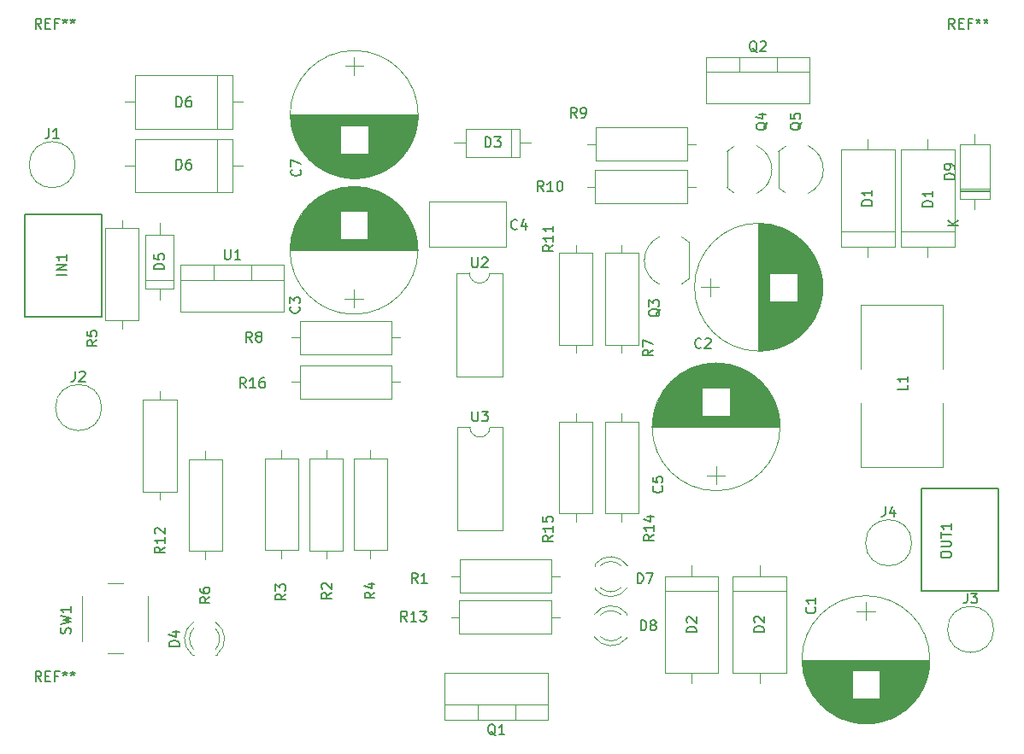
<source format=gbr>
%TF.GenerationSoftware,KiCad,Pcbnew,(5.1.9)-1*%
%TF.CreationDate,2021-04-30T10:27:31+09:00*%
%TF.ProjectId,12f683MPPT,31326636-3833-44d5-9050-542e6b696361,rev?*%
%TF.SameCoordinates,Original*%
%TF.FileFunction,Legend,Top*%
%TF.FilePolarity,Positive*%
%FSLAX46Y46*%
G04 Gerber Fmt 4.6, Leading zero omitted, Abs format (unit mm)*
G04 Created by KiCad (PCBNEW (5.1.9)-1) date 2021-04-30 10:27:31*
%MOMM*%
%LPD*%
G01*
G04 APERTURE LIST*
%ADD10C,0.150000*%
%ADD11C,0.120000*%
G04 APERTURE END LIST*
D10*
X133690000Y-73020000D02*
X126070000Y-73020000D01*
X133690000Y-83180000D02*
X126070000Y-83180000D01*
X133690000Y-83180000D02*
X133690000Y-73020000D01*
X126070000Y-73020000D02*
X126070000Y-83180000D01*
X44880000Y-56050000D02*
X44880000Y-45890000D01*
X37260000Y-45890000D02*
X37260000Y-56050000D01*
X37260000Y-45890000D02*
X44880000Y-45890000D01*
X37260000Y-56050000D02*
X44880000Y-56050000D01*
D11*
X57780000Y-37390000D02*
X57780000Y-32070000D01*
X57780000Y-32070000D02*
X48160000Y-32070000D01*
X48160000Y-32070000D02*
X48160000Y-37390000D01*
X48160000Y-37390000D02*
X57780000Y-37390000D01*
X58810000Y-34730000D02*
X57780000Y-34730000D01*
X47130000Y-34730000D02*
X48160000Y-34730000D01*
X56295000Y-37390000D02*
X56295000Y-32070000D01*
X124010000Y-47585000D02*
X129330000Y-47585000D01*
X126670000Y-38420000D02*
X126670000Y-39450000D01*
X126670000Y-50100000D02*
X126670000Y-49070000D01*
X124010000Y-39450000D02*
X124010000Y-49070000D01*
X129330000Y-39450000D02*
X124010000Y-39450000D01*
X129330000Y-49070000D02*
X129330000Y-39450000D01*
X124010000Y-49070000D02*
X129330000Y-49070000D01*
X112680000Y-81740000D02*
X107360000Y-81740000D01*
X107360000Y-81740000D02*
X107360000Y-91360000D01*
X107360000Y-91360000D02*
X112680000Y-91360000D01*
X112680000Y-91360000D02*
X112680000Y-81740000D01*
X110020000Y-80710000D02*
X110020000Y-81740000D01*
X110020000Y-92390000D02*
X110020000Y-91360000D01*
X112680000Y-83225000D02*
X107360000Y-83225000D01*
X126880000Y-90030000D02*
G75*
G03*
X126880000Y-90030000I-6340000J0D01*
G01*
X126840000Y-90030000D02*
X114240000Y-90030000D01*
X126840000Y-90070000D02*
X114240000Y-90070000D01*
X126840000Y-90110000D02*
X114240000Y-90110000D01*
X126839000Y-90150000D02*
X114241000Y-90150000D01*
X126838000Y-90190000D02*
X114242000Y-90190000D01*
X126837000Y-90230000D02*
X114243000Y-90230000D01*
X126836000Y-90270000D02*
X114244000Y-90270000D01*
X126834000Y-90310000D02*
X114246000Y-90310000D01*
X126832000Y-90350000D02*
X114248000Y-90350000D01*
X126830000Y-90390000D02*
X114250000Y-90390000D01*
X126828000Y-90430000D02*
X114252000Y-90430000D01*
X126825000Y-90470000D02*
X114255000Y-90470000D01*
X126822000Y-90510000D02*
X114258000Y-90510000D01*
X126819000Y-90550000D02*
X114261000Y-90550000D01*
X126816000Y-90590000D02*
X114264000Y-90590000D01*
X126812000Y-90630000D02*
X114268000Y-90630000D01*
X126808000Y-90670000D02*
X114272000Y-90670000D01*
X126804000Y-90710000D02*
X114276000Y-90710000D01*
X126799000Y-90751000D02*
X114281000Y-90751000D01*
X126795000Y-90791000D02*
X114285000Y-90791000D01*
X126790000Y-90831000D02*
X114290000Y-90831000D01*
X126785000Y-90871000D02*
X114295000Y-90871000D01*
X126779000Y-90911000D02*
X114301000Y-90911000D01*
X126773000Y-90951000D02*
X114307000Y-90951000D01*
X126767000Y-90991000D02*
X114313000Y-90991000D01*
X126761000Y-91031000D02*
X114319000Y-91031000D01*
X126755000Y-91071000D02*
X114325000Y-91071000D01*
X126748000Y-91111000D02*
X114332000Y-91111000D01*
X126741000Y-91151000D02*
X121920000Y-91151000D01*
X119160000Y-91151000D02*
X114339000Y-91151000D01*
X126733000Y-91191000D02*
X121920000Y-91191000D01*
X119160000Y-91191000D02*
X114347000Y-91191000D01*
X126726000Y-91231000D02*
X121920000Y-91231000D01*
X119160000Y-91231000D02*
X114354000Y-91231000D01*
X126718000Y-91271000D02*
X121920000Y-91271000D01*
X119160000Y-91271000D02*
X114362000Y-91271000D01*
X126710000Y-91311000D02*
X121920000Y-91311000D01*
X119160000Y-91311000D02*
X114370000Y-91311000D01*
X126702000Y-91351000D02*
X121920000Y-91351000D01*
X119160000Y-91351000D02*
X114378000Y-91351000D01*
X126693000Y-91391000D02*
X121920000Y-91391000D01*
X119160000Y-91391000D02*
X114387000Y-91391000D01*
X126684000Y-91431000D02*
X121920000Y-91431000D01*
X119160000Y-91431000D02*
X114396000Y-91431000D01*
X126675000Y-91471000D02*
X121920000Y-91471000D01*
X119160000Y-91471000D02*
X114405000Y-91471000D01*
X126665000Y-91511000D02*
X121920000Y-91511000D01*
X119160000Y-91511000D02*
X114415000Y-91511000D01*
X126656000Y-91551000D02*
X121920000Y-91551000D01*
X119160000Y-91551000D02*
X114424000Y-91551000D01*
X126646000Y-91591000D02*
X121920000Y-91591000D01*
X119160000Y-91591000D02*
X114434000Y-91591000D01*
X126635000Y-91631000D02*
X121920000Y-91631000D01*
X119160000Y-91631000D02*
X114445000Y-91631000D01*
X126625000Y-91671000D02*
X121920000Y-91671000D01*
X119160000Y-91671000D02*
X114455000Y-91671000D01*
X126614000Y-91711000D02*
X121920000Y-91711000D01*
X119160000Y-91711000D02*
X114466000Y-91711000D01*
X126603000Y-91751000D02*
X121920000Y-91751000D01*
X119160000Y-91751000D02*
X114477000Y-91751000D01*
X126591000Y-91791000D02*
X121920000Y-91791000D01*
X119160000Y-91791000D02*
X114489000Y-91791000D01*
X126580000Y-91831000D02*
X121920000Y-91831000D01*
X119160000Y-91831000D02*
X114500000Y-91831000D01*
X126568000Y-91871000D02*
X121920000Y-91871000D01*
X119160000Y-91871000D02*
X114512000Y-91871000D01*
X126555000Y-91911000D02*
X121920000Y-91911000D01*
X119160000Y-91911000D02*
X114525000Y-91911000D01*
X126543000Y-91951000D02*
X121920000Y-91951000D01*
X119160000Y-91951000D02*
X114537000Y-91951000D01*
X126530000Y-91991000D02*
X121920000Y-91991000D01*
X119160000Y-91991000D02*
X114550000Y-91991000D01*
X126517000Y-92031000D02*
X121920000Y-92031000D01*
X119160000Y-92031000D02*
X114563000Y-92031000D01*
X126503000Y-92071000D02*
X121920000Y-92071000D01*
X119160000Y-92071000D02*
X114577000Y-92071000D01*
X126490000Y-92111000D02*
X121920000Y-92111000D01*
X119160000Y-92111000D02*
X114590000Y-92111000D01*
X126476000Y-92151000D02*
X121920000Y-92151000D01*
X119160000Y-92151000D02*
X114604000Y-92151000D01*
X126461000Y-92191000D02*
X121920000Y-92191000D01*
X119160000Y-92191000D02*
X114619000Y-92191000D01*
X126447000Y-92231000D02*
X121920000Y-92231000D01*
X119160000Y-92231000D02*
X114633000Y-92231000D01*
X126432000Y-92271000D02*
X121920000Y-92271000D01*
X119160000Y-92271000D02*
X114648000Y-92271000D01*
X126416000Y-92311000D02*
X121920000Y-92311000D01*
X119160000Y-92311000D02*
X114664000Y-92311000D01*
X126401000Y-92351000D02*
X121920000Y-92351000D01*
X119160000Y-92351000D02*
X114679000Y-92351000D01*
X126385000Y-92391000D02*
X121920000Y-92391000D01*
X119160000Y-92391000D02*
X114695000Y-92391000D01*
X126369000Y-92431000D02*
X121920000Y-92431000D01*
X119160000Y-92431000D02*
X114711000Y-92431000D01*
X126352000Y-92471000D02*
X121920000Y-92471000D01*
X119160000Y-92471000D02*
X114728000Y-92471000D01*
X126335000Y-92511000D02*
X121920000Y-92511000D01*
X119160000Y-92511000D02*
X114745000Y-92511000D01*
X126318000Y-92551000D02*
X121920000Y-92551000D01*
X119160000Y-92551000D02*
X114762000Y-92551000D01*
X126301000Y-92591000D02*
X121920000Y-92591000D01*
X119160000Y-92591000D02*
X114779000Y-92591000D01*
X126283000Y-92631000D02*
X121920000Y-92631000D01*
X119160000Y-92631000D02*
X114797000Y-92631000D01*
X126265000Y-92671000D02*
X121920000Y-92671000D01*
X119160000Y-92671000D02*
X114815000Y-92671000D01*
X126246000Y-92711000D02*
X121920000Y-92711000D01*
X119160000Y-92711000D02*
X114834000Y-92711000D01*
X126227000Y-92751000D02*
X121920000Y-92751000D01*
X119160000Y-92751000D02*
X114853000Y-92751000D01*
X126208000Y-92791000D02*
X121920000Y-92791000D01*
X119160000Y-92791000D02*
X114872000Y-92791000D01*
X126189000Y-92831000D02*
X121920000Y-92831000D01*
X119160000Y-92831000D02*
X114891000Y-92831000D01*
X126169000Y-92871000D02*
X121920000Y-92871000D01*
X119160000Y-92871000D02*
X114911000Y-92871000D01*
X126149000Y-92911000D02*
X121920000Y-92911000D01*
X119160000Y-92911000D02*
X114931000Y-92911000D01*
X126128000Y-92951000D02*
X121920000Y-92951000D01*
X119160000Y-92951000D02*
X114952000Y-92951000D01*
X126107000Y-92991000D02*
X121920000Y-92991000D01*
X119160000Y-92991000D02*
X114973000Y-92991000D01*
X126086000Y-93031000D02*
X121920000Y-93031000D01*
X119160000Y-93031000D02*
X114994000Y-93031000D01*
X126064000Y-93071000D02*
X121920000Y-93071000D01*
X119160000Y-93071000D02*
X115016000Y-93071000D01*
X126042000Y-93111000D02*
X121920000Y-93111000D01*
X119160000Y-93111000D02*
X115038000Y-93111000D01*
X126020000Y-93151000D02*
X121920000Y-93151000D01*
X119160000Y-93151000D02*
X115060000Y-93151000D01*
X125997000Y-93191000D02*
X121920000Y-93191000D01*
X119160000Y-93191000D02*
X115083000Y-93191000D01*
X125974000Y-93231000D02*
X121920000Y-93231000D01*
X119160000Y-93231000D02*
X115106000Y-93231000D01*
X125950000Y-93271000D02*
X121920000Y-93271000D01*
X119160000Y-93271000D02*
X115130000Y-93271000D01*
X125926000Y-93311000D02*
X121920000Y-93311000D01*
X119160000Y-93311000D02*
X115154000Y-93311000D01*
X125902000Y-93351000D02*
X121920000Y-93351000D01*
X119160000Y-93351000D02*
X115178000Y-93351000D01*
X125877000Y-93391000D02*
X121920000Y-93391000D01*
X119160000Y-93391000D02*
X115203000Y-93391000D01*
X125852000Y-93431000D02*
X121920000Y-93431000D01*
X119160000Y-93431000D02*
X115228000Y-93431000D01*
X125826000Y-93471000D02*
X121920000Y-93471000D01*
X119160000Y-93471000D02*
X115254000Y-93471000D01*
X125800000Y-93511000D02*
X121920000Y-93511000D01*
X119160000Y-93511000D02*
X115280000Y-93511000D01*
X125774000Y-93551000D02*
X121920000Y-93551000D01*
X119160000Y-93551000D02*
X115306000Y-93551000D01*
X125747000Y-93591000D02*
X121920000Y-93591000D01*
X119160000Y-93591000D02*
X115333000Y-93591000D01*
X125719000Y-93631000D02*
X121920000Y-93631000D01*
X119160000Y-93631000D02*
X115361000Y-93631000D01*
X125691000Y-93671000D02*
X121920000Y-93671000D01*
X119160000Y-93671000D02*
X115389000Y-93671000D01*
X125663000Y-93711000D02*
X121920000Y-93711000D01*
X119160000Y-93711000D02*
X115417000Y-93711000D01*
X125634000Y-93751000D02*
X121920000Y-93751000D01*
X119160000Y-93751000D02*
X115446000Y-93751000D01*
X125605000Y-93791000D02*
X121920000Y-93791000D01*
X119160000Y-93791000D02*
X115475000Y-93791000D01*
X125575000Y-93831000D02*
X121920000Y-93831000D01*
X119160000Y-93831000D02*
X115505000Y-93831000D01*
X125545000Y-93871000D02*
X121920000Y-93871000D01*
X119160000Y-93871000D02*
X115535000Y-93871000D01*
X125515000Y-93911000D02*
X115565000Y-93911000D01*
X125483000Y-93951000D02*
X115597000Y-93951000D01*
X125452000Y-93991000D02*
X115628000Y-93991000D01*
X125419000Y-94031000D02*
X115661000Y-94031000D01*
X125387000Y-94071000D02*
X115693000Y-94071000D01*
X125353000Y-94111000D02*
X115727000Y-94111000D01*
X125319000Y-94151000D02*
X115761000Y-94151000D01*
X125285000Y-94191000D02*
X115795000Y-94191000D01*
X125250000Y-94231000D02*
X115830000Y-94231000D01*
X125214000Y-94271000D02*
X115866000Y-94271000D01*
X125178000Y-94311000D02*
X115902000Y-94311000D01*
X125141000Y-94351000D02*
X115939000Y-94351000D01*
X125103000Y-94391000D02*
X115977000Y-94391000D01*
X125065000Y-94431000D02*
X116015000Y-94431000D01*
X125026000Y-94471000D02*
X116054000Y-94471000D01*
X124987000Y-94511000D02*
X116093000Y-94511000D01*
X124946000Y-94551000D02*
X116134000Y-94551000D01*
X124905000Y-94591000D02*
X116175000Y-94591000D01*
X124863000Y-94631000D02*
X116217000Y-94631000D01*
X124821000Y-94671000D02*
X116259000Y-94671000D01*
X124778000Y-94711000D02*
X116302000Y-94711000D01*
X124733000Y-94751000D02*
X116347000Y-94751000D01*
X124688000Y-94791000D02*
X116392000Y-94791000D01*
X124642000Y-94831000D02*
X116438000Y-94831000D01*
X124596000Y-94871000D02*
X116484000Y-94871000D01*
X124548000Y-94911000D02*
X116532000Y-94911000D01*
X124499000Y-94951000D02*
X116581000Y-94951000D01*
X124449000Y-94991000D02*
X116631000Y-94991000D01*
X124399000Y-95031000D02*
X116681000Y-95031000D01*
X124347000Y-95071000D02*
X116733000Y-95071000D01*
X124294000Y-95111000D02*
X116786000Y-95111000D01*
X124240000Y-95151000D02*
X116840000Y-95151000D01*
X124184000Y-95191000D02*
X116896000Y-95191000D01*
X124128000Y-95231000D02*
X116952000Y-95231000D01*
X124070000Y-95271000D02*
X117010000Y-95271000D01*
X124010000Y-95311000D02*
X117070000Y-95311000D01*
X123949000Y-95351000D02*
X117131000Y-95351000D01*
X123887000Y-95391000D02*
X117193000Y-95391000D01*
X123822000Y-95431000D02*
X117258000Y-95431000D01*
X123757000Y-95471000D02*
X117323000Y-95471000D01*
X123689000Y-95511000D02*
X117391000Y-95511000D01*
X123619000Y-95551000D02*
X117461000Y-95551000D01*
X123547000Y-95591000D02*
X117533000Y-95591000D01*
X123473000Y-95631000D02*
X117607000Y-95631000D01*
X123396000Y-95671000D02*
X117684000Y-95671000D01*
X123317000Y-95711000D02*
X117763000Y-95711000D01*
X123235000Y-95751000D02*
X117845000Y-95751000D01*
X123150000Y-95791000D02*
X117930000Y-95791000D01*
X123061000Y-95831000D02*
X118019000Y-95831000D01*
X122968000Y-95871000D02*
X118112000Y-95871000D01*
X122871000Y-95911000D02*
X118209000Y-95911000D01*
X122770000Y-95951000D02*
X118310000Y-95951000D01*
X122662000Y-95991000D02*
X118418000Y-95991000D01*
X122549000Y-96031000D02*
X118531000Y-96031000D01*
X122428000Y-96071000D02*
X118652000Y-96071000D01*
X122297000Y-96111000D02*
X118783000Y-96111000D01*
X122156000Y-96151000D02*
X118924000Y-96151000D01*
X122000000Y-96191000D02*
X119080000Y-96191000D01*
X121825000Y-96231000D02*
X119255000Y-96231000D01*
X121622000Y-96271000D02*
X119458000Y-96271000D01*
X121371000Y-96311000D02*
X119709000Y-96311000D01*
X121004000Y-96351000D02*
X120076000Y-96351000D01*
X120540000Y-84330000D02*
X120540000Y-86130000D01*
X121440000Y-85230000D02*
X119640000Y-85230000D01*
X105100000Y-52190000D02*
X105100000Y-53990000D01*
X104200000Y-53090000D02*
X106000000Y-53090000D01*
X116221000Y-52626000D02*
X116221000Y-53554000D01*
X116181000Y-52259000D02*
X116181000Y-53921000D01*
X116141000Y-52008000D02*
X116141000Y-54172000D01*
X116101000Y-51805000D02*
X116101000Y-54375000D01*
X116061000Y-51630000D02*
X116061000Y-54550000D01*
X116021000Y-51474000D02*
X116021000Y-54706000D01*
X115981000Y-51333000D02*
X115981000Y-54847000D01*
X115941000Y-51202000D02*
X115941000Y-54978000D01*
X115901000Y-51081000D02*
X115901000Y-55099000D01*
X115861000Y-50968000D02*
X115861000Y-55212000D01*
X115821000Y-50860000D02*
X115821000Y-55320000D01*
X115781000Y-50759000D02*
X115781000Y-55421000D01*
X115741000Y-50662000D02*
X115741000Y-55518000D01*
X115701000Y-50569000D02*
X115701000Y-55611000D01*
X115661000Y-50480000D02*
X115661000Y-55700000D01*
X115621000Y-50395000D02*
X115621000Y-55785000D01*
X115581000Y-50313000D02*
X115581000Y-55867000D01*
X115541000Y-50234000D02*
X115541000Y-55946000D01*
X115501000Y-50157000D02*
X115501000Y-56023000D01*
X115461000Y-50083000D02*
X115461000Y-56097000D01*
X115421000Y-50011000D02*
X115421000Y-56169000D01*
X115381000Y-49941000D02*
X115381000Y-56239000D01*
X115341000Y-49873000D02*
X115341000Y-56307000D01*
X115301000Y-49808000D02*
X115301000Y-56372000D01*
X115261000Y-49743000D02*
X115261000Y-56437000D01*
X115221000Y-49681000D02*
X115221000Y-56499000D01*
X115181000Y-49620000D02*
X115181000Y-56560000D01*
X115141000Y-49560000D02*
X115141000Y-56620000D01*
X115101000Y-49502000D02*
X115101000Y-56678000D01*
X115061000Y-49446000D02*
X115061000Y-56734000D01*
X115021000Y-49390000D02*
X115021000Y-56790000D01*
X114981000Y-49336000D02*
X114981000Y-56844000D01*
X114941000Y-49283000D02*
X114941000Y-56897000D01*
X114901000Y-49231000D02*
X114901000Y-56949000D01*
X114861000Y-49181000D02*
X114861000Y-56999000D01*
X114821000Y-49131000D02*
X114821000Y-57049000D01*
X114781000Y-49082000D02*
X114781000Y-57098000D01*
X114741000Y-49034000D02*
X114741000Y-57146000D01*
X114701000Y-48988000D02*
X114701000Y-57192000D01*
X114661000Y-48942000D02*
X114661000Y-57238000D01*
X114621000Y-48897000D02*
X114621000Y-57283000D01*
X114581000Y-48852000D02*
X114581000Y-57328000D01*
X114541000Y-48809000D02*
X114541000Y-57371000D01*
X114501000Y-48767000D02*
X114501000Y-57413000D01*
X114461000Y-48725000D02*
X114461000Y-57455000D01*
X114421000Y-48684000D02*
X114421000Y-57496000D01*
X114381000Y-48643000D02*
X114381000Y-57537000D01*
X114341000Y-48604000D02*
X114341000Y-57576000D01*
X114301000Y-48565000D02*
X114301000Y-57615000D01*
X114261000Y-48527000D02*
X114261000Y-57653000D01*
X114221000Y-48489000D02*
X114221000Y-57691000D01*
X114181000Y-48452000D02*
X114181000Y-57728000D01*
X114141000Y-48416000D02*
X114141000Y-57764000D01*
X114101000Y-48380000D02*
X114101000Y-57800000D01*
X114061000Y-48345000D02*
X114061000Y-57835000D01*
X114021000Y-48311000D02*
X114021000Y-57869000D01*
X113981000Y-48277000D02*
X113981000Y-57903000D01*
X113941000Y-48243000D02*
X113941000Y-57937000D01*
X113901000Y-48211000D02*
X113901000Y-57969000D01*
X113861000Y-48178000D02*
X113861000Y-58002000D01*
X113821000Y-48147000D02*
X113821000Y-58033000D01*
X113781000Y-48115000D02*
X113781000Y-58065000D01*
X113741000Y-54470000D02*
X113741000Y-58095000D01*
X113741000Y-48085000D02*
X113741000Y-51710000D01*
X113701000Y-54470000D02*
X113701000Y-58125000D01*
X113701000Y-48055000D02*
X113701000Y-51710000D01*
X113661000Y-54470000D02*
X113661000Y-58155000D01*
X113661000Y-48025000D02*
X113661000Y-51710000D01*
X113621000Y-54470000D02*
X113621000Y-58184000D01*
X113621000Y-47996000D02*
X113621000Y-51710000D01*
X113581000Y-54470000D02*
X113581000Y-58213000D01*
X113581000Y-47967000D02*
X113581000Y-51710000D01*
X113541000Y-54470000D02*
X113541000Y-58241000D01*
X113541000Y-47939000D02*
X113541000Y-51710000D01*
X113501000Y-54470000D02*
X113501000Y-58269000D01*
X113501000Y-47911000D02*
X113501000Y-51710000D01*
X113461000Y-54470000D02*
X113461000Y-58297000D01*
X113461000Y-47883000D02*
X113461000Y-51710000D01*
X113421000Y-54470000D02*
X113421000Y-58324000D01*
X113421000Y-47856000D02*
X113421000Y-51710000D01*
X113381000Y-54470000D02*
X113381000Y-58350000D01*
X113381000Y-47830000D02*
X113381000Y-51710000D01*
X113341000Y-54470000D02*
X113341000Y-58376000D01*
X113341000Y-47804000D02*
X113341000Y-51710000D01*
X113301000Y-54470000D02*
X113301000Y-58402000D01*
X113301000Y-47778000D02*
X113301000Y-51710000D01*
X113261000Y-54470000D02*
X113261000Y-58427000D01*
X113261000Y-47753000D02*
X113261000Y-51710000D01*
X113221000Y-54470000D02*
X113221000Y-58452000D01*
X113221000Y-47728000D02*
X113221000Y-51710000D01*
X113181000Y-54470000D02*
X113181000Y-58476000D01*
X113181000Y-47704000D02*
X113181000Y-51710000D01*
X113141000Y-54470000D02*
X113141000Y-58500000D01*
X113141000Y-47680000D02*
X113141000Y-51710000D01*
X113101000Y-54470000D02*
X113101000Y-58524000D01*
X113101000Y-47656000D02*
X113101000Y-51710000D01*
X113061000Y-54470000D02*
X113061000Y-58547000D01*
X113061000Y-47633000D02*
X113061000Y-51710000D01*
X113021000Y-54470000D02*
X113021000Y-58570000D01*
X113021000Y-47610000D02*
X113021000Y-51710000D01*
X112981000Y-54470000D02*
X112981000Y-58592000D01*
X112981000Y-47588000D02*
X112981000Y-51710000D01*
X112941000Y-54470000D02*
X112941000Y-58614000D01*
X112941000Y-47566000D02*
X112941000Y-51710000D01*
X112901000Y-54470000D02*
X112901000Y-58636000D01*
X112901000Y-47544000D02*
X112901000Y-51710000D01*
X112861000Y-54470000D02*
X112861000Y-58657000D01*
X112861000Y-47523000D02*
X112861000Y-51710000D01*
X112821000Y-54470000D02*
X112821000Y-58678000D01*
X112821000Y-47502000D02*
X112821000Y-51710000D01*
X112781000Y-54470000D02*
X112781000Y-58699000D01*
X112781000Y-47481000D02*
X112781000Y-51710000D01*
X112741000Y-54470000D02*
X112741000Y-58719000D01*
X112741000Y-47461000D02*
X112741000Y-51710000D01*
X112701000Y-54470000D02*
X112701000Y-58739000D01*
X112701000Y-47441000D02*
X112701000Y-51710000D01*
X112661000Y-54470000D02*
X112661000Y-58758000D01*
X112661000Y-47422000D02*
X112661000Y-51710000D01*
X112621000Y-54470000D02*
X112621000Y-58777000D01*
X112621000Y-47403000D02*
X112621000Y-51710000D01*
X112581000Y-54470000D02*
X112581000Y-58796000D01*
X112581000Y-47384000D02*
X112581000Y-51710000D01*
X112541000Y-54470000D02*
X112541000Y-58815000D01*
X112541000Y-47365000D02*
X112541000Y-51710000D01*
X112501000Y-54470000D02*
X112501000Y-58833000D01*
X112501000Y-47347000D02*
X112501000Y-51710000D01*
X112461000Y-54470000D02*
X112461000Y-58851000D01*
X112461000Y-47329000D02*
X112461000Y-51710000D01*
X112421000Y-54470000D02*
X112421000Y-58868000D01*
X112421000Y-47312000D02*
X112421000Y-51710000D01*
X112381000Y-54470000D02*
X112381000Y-58885000D01*
X112381000Y-47295000D02*
X112381000Y-51710000D01*
X112341000Y-54470000D02*
X112341000Y-58902000D01*
X112341000Y-47278000D02*
X112341000Y-51710000D01*
X112301000Y-54470000D02*
X112301000Y-58919000D01*
X112301000Y-47261000D02*
X112301000Y-51710000D01*
X112261000Y-54470000D02*
X112261000Y-58935000D01*
X112261000Y-47245000D02*
X112261000Y-51710000D01*
X112221000Y-54470000D02*
X112221000Y-58951000D01*
X112221000Y-47229000D02*
X112221000Y-51710000D01*
X112181000Y-54470000D02*
X112181000Y-58966000D01*
X112181000Y-47214000D02*
X112181000Y-51710000D01*
X112141000Y-54470000D02*
X112141000Y-58982000D01*
X112141000Y-47198000D02*
X112141000Y-51710000D01*
X112101000Y-54470000D02*
X112101000Y-58997000D01*
X112101000Y-47183000D02*
X112101000Y-51710000D01*
X112061000Y-54470000D02*
X112061000Y-59011000D01*
X112061000Y-47169000D02*
X112061000Y-51710000D01*
X112021000Y-54470000D02*
X112021000Y-59026000D01*
X112021000Y-47154000D02*
X112021000Y-51710000D01*
X111981000Y-54470000D02*
X111981000Y-59040000D01*
X111981000Y-47140000D02*
X111981000Y-51710000D01*
X111941000Y-54470000D02*
X111941000Y-59053000D01*
X111941000Y-47127000D02*
X111941000Y-51710000D01*
X111901000Y-54470000D02*
X111901000Y-59067000D01*
X111901000Y-47113000D02*
X111901000Y-51710000D01*
X111861000Y-54470000D02*
X111861000Y-59080000D01*
X111861000Y-47100000D02*
X111861000Y-51710000D01*
X111821000Y-54470000D02*
X111821000Y-59093000D01*
X111821000Y-47087000D02*
X111821000Y-51710000D01*
X111781000Y-54470000D02*
X111781000Y-59105000D01*
X111781000Y-47075000D02*
X111781000Y-51710000D01*
X111741000Y-54470000D02*
X111741000Y-59118000D01*
X111741000Y-47062000D02*
X111741000Y-51710000D01*
X111701000Y-54470000D02*
X111701000Y-59130000D01*
X111701000Y-47050000D02*
X111701000Y-51710000D01*
X111661000Y-54470000D02*
X111661000Y-59141000D01*
X111661000Y-47039000D02*
X111661000Y-51710000D01*
X111621000Y-54470000D02*
X111621000Y-59153000D01*
X111621000Y-47027000D02*
X111621000Y-51710000D01*
X111581000Y-54470000D02*
X111581000Y-59164000D01*
X111581000Y-47016000D02*
X111581000Y-51710000D01*
X111541000Y-54470000D02*
X111541000Y-59175000D01*
X111541000Y-47005000D02*
X111541000Y-51710000D01*
X111501000Y-54470000D02*
X111501000Y-59185000D01*
X111501000Y-46995000D02*
X111501000Y-51710000D01*
X111461000Y-54470000D02*
X111461000Y-59196000D01*
X111461000Y-46984000D02*
X111461000Y-51710000D01*
X111421000Y-54470000D02*
X111421000Y-59206000D01*
X111421000Y-46974000D02*
X111421000Y-51710000D01*
X111381000Y-54470000D02*
X111381000Y-59215000D01*
X111381000Y-46965000D02*
X111381000Y-51710000D01*
X111341000Y-54470000D02*
X111341000Y-59225000D01*
X111341000Y-46955000D02*
X111341000Y-51710000D01*
X111301000Y-54470000D02*
X111301000Y-59234000D01*
X111301000Y-46946000D02*
X111301000Y-51710000D01*
X111261000Y-54470000D02*
X111261000Y-59243000D01*
X111261000Y-46937000D02*
X111261000Y-51710000D01*
X111221000Y-54470000D02*
X111221000Y-59252000D01*
X111221000Y-46928000D02*
X111221000Y-51710000D01*
X111181000Y-54470000D02*
X111181000Y-59260000D01*
X111181000Y-46920000D02*
X111181000Y-51710000D01*
X111141000Y-54470000D02*
X111141000Y-59268000D01*
X111141000Y-46912000D02*
X111141000Y-51710000D01*
X111101000Y-54470000D02*
X111101000Y-59276000D01*
X111101000Y-46904000D02*
X111101000Y-51710000D01*
X111061000Y-54470000D02*
X111061000Y-59283000D01*
X111061000Y-46897000D02*
X111061000Y-51710000D01*
X111021000Y-54470000D02*
X111021000Y-59291000D01*
X111021000Y-46889000D02*
X111021000Y-51710000D01*
X110981000Y-46882000D02*
X110981000Y-59298000D01*
X110941000Y-46875000D02*
X110941000Y-59305000D01*
X110901000Y-46869000D02*
X110901000Y-59311000D01*
X110861000Y-46863000D02*
X110861000Y-59317000D01*
X110821000Y-46857000D02*
X110821000Y-59323000D01*
X110781000Y-46851000D02*
X110781000Y-59329000D01*
X110741000Y-46845000D02*
X110741000Y-59335000D01*
X110701000Y-46840000D02*
X110701000Y-59340000D01*
X110661000Y-46835000D02*
X110661000Y-59345000D01*
X110621000Y-46831000D02*
X110621000Y-59349000D01*
X110580000Y-46826000D02*
X110580000Y-59354000D01*
X110540000Y-46822000D02*
X110540000Y-59358000D01*
X110500000Y-46818000D02*
X110500000Y-59362000D01*
X110460000Y-46814000D02*
X110460000Y-59366000D01*
X110420000Y-46811000D02*
X110420000Y-59369000D01*
X110380000Y-46808000D02*
X110380000Y-59372000D01*
X110340000Y-46805000D02*
X110340000Y-59375000D01*
X110300000Y-46802000D02*
X110300000Y-59378000D01*
X110260000Y-46800000D02*
X110260000Y-59380000D01*
X110220000Y-46798000D02*
X110220000Y-59382000D01*
X110180000Y-46796000D02*
X110180000Y-59384000D01*
X110140000Y-46794000D02*
X110140000Y-59386000D01*
X110100000Y-46793000D02*
X110100000Y-59387000D01*
X110060000Y-46792000D02*
X110060000Y-59388000D01*
X110020000Y-46791000D02*
X110020000Y-59389000D01*
X109980000Y-46790000D02*
X109980000Y-59390000D01*
X109940000Y-46790000D02*
X109940000Y-59390000D01*
X109900000Y-46790000D02*
X109900000Y-59390000D01*
X116240000Y-53090000D02*
G75*
G03*
X116240000Y-53090000I-6340000J0D01*
G01*
X68930000Y-54240000D02*
X70730000Y-54240000D01*
X69830000Y-55140000D02*
X69830000Y-53340000D01*
X69366000Y-43119000D02*
X70294000Y-43119000D01*
X68999000Y-43159000D02*
X70661000Y-43159000D01*
X68748000Y-43199000D02*
X70912000Y-43199000D01*
X68545000Y-43239000D02*
X71115000Y-43239000D01*
X68370000Y-43279000D02*
X71290000Y-43279000D01*
X68214000Y-43319000D02*
X71446000Y-43319000D01*
X68073000Y-43359000D02*
X71587000Y-43359000D01*
X67942000Y-43399000D02*
X71718000Y-43399000D01*
X67821000Y-43439000D02*
X71839000Y-43439000D01*
X67708000Y-43479000D02*
X71952000Y-43479000D01*
X67600000Y-43519000D02*
X72060000Y-43519000D01*
X67499000Y-43559000D02*
X72161000Y-43559000D01*
X67402000Y-43599000D02*
X72258000Y-43599000D01*
X67309000Y-43639000D02*
X72351000Y-43639000D01*
X67220000Y-43679000D02*
X72440000Y-43679000D01*
X67135000Y-43719000D02*
X72525000Y-43719000D01*
X67053000Y-43759000D02*
X72607000Y-43759000D01*
X66974000Y-43799000D02*
X72686000Y-43799000D01*
X66897000Y-43839000D02*
X72763000Y-43839000D01*
X66823000Y-43879000D02*
X72837000Y-43879000D01*
X66751000Y-43919000D02*
X72909000Y-43919000D01*
X66681000Y-43959000D02*
X72979000Y-43959000D01*
X66613000Y-43999000D02*
X73047000Y-43999000D01*
X66548000Y-44039000D02*
X73112000Y-44039000D01*
X66483000Y-44079000D02*
X73177000Y-44079000D01*
X66421000Y-44119000D02*
X73239000Y-44119000D01*
X66360000Y-44159000D02*
X73300000Y-44159000D01*
X66300000Y-44199000D02*
X73360000Y-44199000D01*
X66242000Y-44239000D02*
X73418000Y-44239000D01*
X66186000Y-44279000D02*
X73474000Y-44279000D01*
X66130000Y-44319000D02*
X73530000Y-44319000D01*
X66076000Y-44359000D02*
X73584000Y-44359000D01*
X66023000Y-44399000D02*
X73637000Y-44399000D01*
X65971000Y-44439000D02*
X73689000Y-44439000D01*
X65921000Y-44479000D02*
X73739000Y-44479000D01*
X65871000Y-44519000D02*
X73789000Y-44519000D01*
X65822000Y-44559000D02*
X73838000Y-44559000D01*
X65774000Y-44599000D02*
X73886000Y-44599000D01*
X65728000Y-44639000D02*
X73932000Y-44639000D01*
X65682000Y-44679000D02*
X73978000Y-44679000D01*
X65637000Y-44719000D02*
X74023000Y-44719000D01*
X65592000Y-44759000D02*
X74068000Y-44759000D01*
X65549000Y-44799000D02*
X74111000Y-44799000D01*
X65507000Y-44839000D02*
X74153000Y-44839000D01*
X65465000Y-44879000D02*
X74195000Y-44879000D01*
X65424000Y-44919000D02*
X74236000Y-44919000D01*
X65383000Y-44959000D02*
X74277000Y-44959000D01*
X65344000Y-44999000D02*
X74316000Y-44999000D01*
X65305000Y-45039000D02*
X74355000Y-45039000D01*
X65267000Y-45079000D02*
X74393000Y-45079000D01*
X65229000Y-45119000D02*
X74431000Y-45119000D01*
X65192000Y-45159000D02*
X74468000Y-45159000D01*
X65156000Y-45199000D02*
X74504000Y-45199000D01*
X65120000Y-45239000D02*
X74540000Y-45239000D01*
X65085000Y-45279000D02*
X74575000Y-45279000D01*
X65051000Y-45319000D02*
X74609000Y-45319000D01*
X65017000Y-45359000D02*
X74643000Y-45359000D01*
X64983000Y-45399000D02*
X74677000Y-45399000D01*
X64951000Y-45439000D02*
X74709000Y-45439000D01*
X64918000Y-45479000D02*
X74742000Y-45479000D01*
X64887000Y-45519000D02*
X74773000Y-45519000D01*
X64855000Y-45559000D02*
X74805000Y-45559000D01*
X71210000Y-45599000D02*
X74835000Y-45599000D01*
X64825000Y-45599000D02*
X68450000Y-45599000D01*
X71210000Y-45639000D02*
X74865000Y-45639000D01*
X64795000Y-45639000D02*
X68450000Y-45639000D01*
X71210000Y-45679000D02*
X74895000Y-45679000D01*
X64765000Y-45679000D02*
X68450000Y-45679000D01*
X71210000Y-45719000D02*
X74924000Y-45719000D01*
X64736000Y-45719000D02*
X68450000Y-45719000D01*
X71210000Y-45759000D02*
X74953000Y-45759000D01*
X64707000Y-45759000D02*
X68450000Y-45759000D01*
X71210000Y-45799000D02*
X74981000Y-45799000D01*
X64679000Y-45799000D02*
X68450000Y-45799000D01*
X71210000Y-45839000D02*
X75009000Y-45839000D01*
X64651000Y-45839000D02*
X68450000Y-45839000D01*
X71210000Y-45879000D02*
X75037000Y-45879000D01*
X64623000Y-45879000D02*
X68450000Y-45879000D01*
X71210000Y-45919000D02*
X75064000Y-45919000D01*
X64596000Y-45919000D02*
X68450000Y-45919000D01*
X71210000Y-45959000D02*
X75090000Y-45959000D01*
X64570000Y-45959000D02*
X68450000Y-45959000D01*
X71210000Y-45999000D02*
X75116000Y-45999000D01*
X64544000Y-45999000D02*
X68450000Y-45999000D01*
X71210000Y-46039000D02*
X75142000Y-46039000D01*
X64518000Y-46039000D02*
X68450000Y-46039000D01*
X71210000Y-46079000D02*
X75167000Y-46079000D01*
X64493000Y-46079000D02*
X68450000Y-46079000D01*
X71210000Y-46119000D02*
X75192000Y-46119000D01*
X64468000Y-46119000D02*
X68450000Y-46119000D01*
X71210000Y-46159000D02*
X75216000Y-46159000D01*
X64444000Y-46159000D02*
X68450000Y-46159000D01*
X71210000Y-46199000D02*
X75240000Y-46199000D01*
X64420000Y-46199000D02*
X68450000Y-46199000D01*
X71210000Y-46239000D02*
X75264000Y-46239000D01*
X64396000Y-46239000D02*
X68450000Y-46239000D01*
X71210000Y-46279000D02*
X75287000Y-46279000D01*
X64373000Y-46279000D02*
X68450000Y-46279000D01*
X71210000Y-46319000D02*
X75310000Y-46319000D01*
X64350000Y-46319000D02*
X68450000Y-46319000D01*
X71210000Y-46359000D02*
X75332000Y-46359000D01*
X64328000Y-46359000D02*
X68450000Y-46359000D01*
X71210000Y-46399000D02*
X75354000Y-46399000D01*
X64306000Y-46399000D02*
X68450000Y-46399000D01*
X71210000Y-46439000D02*
X75376000Y-46439000D01*
X64284000Y-46439000D02*
X68450000Y-46439000D01*
X71210000Y-46479000D02*
X75397000Y-46479000D01*
X64263000Y-46479000D02*
X68450000Y-46479000D01*
X71210000Y-46519000D02*
X75418000Y-46519000D01*
X64242000Y-46519000D02*
X68450000Y-46519000D01*
X71210000Y-46559000D02*
X75439000Y-46559000D01*
X64221000Y-46559000D02*
X68450000Y-46559000D01*
X71210000Y-46599000D02*
X75459000Y-46599000D01*
X64201000Y-46599000D02*
X68450000Y-46599000D01*
X71210000Y-46639000D02*
X75479000Y-46639000D01*
X64181000Y-46639000D02*
X68450000Y-46639000D01*
X71210000Y-46679000D02*
X75498000Y-46679000D01*
X64162000Y-46679000D02*
X68450000Y-46679000D01*
X71210000Y-46719000D02*
X75517000Y-46719000D01*
X64143000Y-46719000D02*
X68450000Y-46719000D01*
X71210000Y-46759000D02*
X75536000Y-46759000D01*
X64124000Y-46759000D02*
X68450000Y-46759000D01*
X71210000Y-46799000D02*
X75555000Y-46799000D01*
X64105000Y-46799000D02*
X68450000Y-46799000D01*
X71210000Y-46839000D02*
X75573000Y-46839000D01*
X64087000Y-46839000D02*
X68450000Y-46839000D01*
X71210000Y-46879000D02*
X75591000Y-46879000D01*
X64069000Y-46879000D02*
X68450000Y-46879000D01*
X71210000Y-46919000D02*
X75608000Y-46919000D01*
X64052000Y-46919000D02*
X68450000Y-46919000D01*
X71210000Y-46959000D02*
X75625000Y-46959000D01*
X64035000Y-46959000D02*
X68450000Y-46959000D01*
X71210000Y-46999000D02*
X75642000Y-46999000D01*
X64018000Y-46999000D02*
X68450000Y-46999000D01*
X71210000Y-47039000D02*
X75659000Y-47039000D01*
X64001000Y-47039000D02*
X68450000Y-47039000D01*
X71210000Y-47079000D02*
X75675000Y-47079000D01*
X63985000Y-47079000D02*
X68450000Y-47079000D01*
X71210000Y-47119000D02*
X75691000Y-47119000D01*
X63969000Y-47119000D02*
X68450000Y-47119000D01*
X71210000Y-47159000D02*
X75706000Y-47159000D01*
X63954000Y-47159000D02*
X68450000Y-47159000D01*
X71210000Y-47199000D02*
X75722000Y-47199000D01*
X63938000Y-47199000D02*
X68450000Y-47199000D01*
X71210000Y-47239000D02*
X75737000Y-47239000D01*
X63923000Y-47239000D02*
X68450000Y-47239000D01*
X71210000Y-47279000D02*
X75751000Y-47279000D01*
X63909000Y-47279000D02*
X68450000Y-47279000D01*
X71210000Y-47319000D02*
X75766000Y-47319000D01*
X63894000Y-47319000D02*
X68450000Y-47319000D01*
X71210000Y-47359000D02*
X75780000Y-47359000D01*
X63880000Y-47359000D02*
X68450000Y-47359000D01*
X71210000Y-47399000D02*
X75793000Y-47399000D01*
X63867000Y-47399000D02*
X68450000Y-47399000D01*
X71210000Y-47439000D02*
X75807000Y-47439000D01*
X63853000Y-47439000D02*
X68450000Y-47439000D01*
X71210000Y-47479000D02*
X75820000Y-47479000D01*
X63840000Y-47479000D02*
X68450000Y-47479000D01*
X71210000Y-47519000D02*
X75833000Y-47519000D01*
X63827000Y-47519000D02*
X68450000Y-47519000D01*
X71210000Y-47559000D02*
X75845000Y-47559000D01*
X63815000Y-47559000D02*
X68450000Y-47559000D01*
X71210000Y-47599000D02*
X75858000Y-47599000D01*
X63802000Y-47599000D02*
X68450000Y-47599000D01*
X71210000Y-47639000D02*
X75870000Y-47639000D01*
X63790000Y-47639000D02*
X68450000Y-47639000D01*
X71210000Y-47679000D02*
X75881000Y-47679000D01*
X63779000Y-47679000D02*
X68450000Y-47679000D01*
X71210000Y-47719000D02*
X75893000Y-47719000D01*
X63767000Y-47719000D02*
X68450000Y-47719000D01*
X71210000Y-47759000D02*
X75904000Y-47759000D01*
X63756000Y-47759000D02*
X68450000Y-47759000D01*
X71210000Y-47799000D02*
X75915000Y-47799000D01*
X63745000Y-47799000D02*
X68450000Y-47799000D01*
X71210000Y-47839000D02*
X75925000Y-47839000D01*
X63735000Y-47839000D02*
X68450000Y-47839000D01*
X71210000Y-47879000D02*
X75936000Y-47879000D01*
X63724000Y-47879000D02*
X68450000Y-47879000D01*
X71210000Y-47919000D02*
X75946000Y-47919000D01*
X63714000Y-47919000D02*
X68450000Y-47919000D01*
X71210000Y-47959000D02*
X75955000Y-47959000D01*
X63705000Y-47959000D02*
X68450000Y-47959000D01*
X71210000Y-47999000D02*
X75965000Y-47999000D01*
X63695000Y-47999000D02*
X68450000Y-47999000D01*
X71210000Y-48039000D02*
X75974000Y-48039000D01*
X63686000Y-48039000D02*
X68450000Y-48039000D01*
X71210000Y-48079000D02*
X75983000Y-48079000D01*
X63677000Y-48079000D02*
X68450000Y-48079000D01*
X71210000Y-48119000D02*
X75992000Y-48119000D01*
X63668000Y-48119000D02*
X68450000Y-48119000D01*
X71210000Y-48159000D02*
X76000000Y-48159000D01*
X63660000Y-48159000D02*
X68450000Y-48159000D01*
X71210000Y-48199000D02*
X76008000Y-48199000D01*
X63652000Y-48199000D02*
X68450000Y-48199000D01*
X71210000Y-48239000D02*
X76016000Y-48239000D01*
X63644000Y-48239000D02*
X68450000Y-48239000D01*
X71210000Y-48279000D02*
X76023000Y-48279000D01*
X63637000Y-48279000D02*
X68450000Y-48279000D01*
X71210000Y-48319000D02*
X76031000Y-48319000D01*
X63629000Y-48319000D02*
X68450000Y-48319000D01*
X63622000Y-48359000D02*
X76038000Y-48359000D01*
X63615000Y-48399000D02*
X76045000Y-48399000D01*
X63609000Y-48439000D02*
X76051000Y-48439000D01*
X63603000Y-48479000D02*
X76057000Y-48479000D01*
X63597000Y-48519000D02*
X76063000Y-48519000D01*
X63591000Y-48559000D02*
X76069000Y-48559000D01*
X63585000Y-48599000D02*
X76075000Y-48599000D01*
X63580000Y-48639000D02*
X76080000Y-48639000D01*
X63575000Y-48679000D02*
X76085000Y-48679000D01*
X63571000Y-48719000D02*
X76089000Y-48719000D01*
X63566000Y-48760000D02*
X76094000Y-48760000D01*
X63562000Y-48800000D02*
X76098000Y-48800000D01*
X63558000Y-48840000D02*
X76102000Y-48840000D01*
X63554000Y-48880000D02*
X76106000Y-48880000D01*
X63551000Y-48920000D02*
X76109000Y-48920000D01*
X63548000Y-48960000D02*
X76112000Y-48960000D01*
X63545000Y-49000000D02*
X76115000Y-49000000D01*
X63542000Y-49040000D02*
X76118000Y-49040000D01*
X63540000Y-49080000D02*
X76120000Y-49080000D01*
X63538000Y-49120000D02*
X76122000Y-49120000D01*
X63536000Y-49160000D02*
X76124000Y-49160000D01*
X63534000Y-49200000D02*
X76126000Y-49200000D01*
X63533000Y-49240000D02*
X76127000Y-49240000D01*
X63532000Y-49280000D02*
X76128000Y-49280000D01*
X63531000Y-49320000D02*
X76129000Y-49320000D01*
X63530000Y-49360000D02*
X76130000Y-49360000D01*
X63530000Y-49400000D02*
X76130000Y-49400000D01*
X63530000Y-49440000D02*
X76130000Y-49440000D01*
X76170000Y-49440000D02*
G75*
G03*
X76170000Y-49440000I-6340000J0D01*
G01*
X84880000Y-44580000D02*
X84880000Y-49100000D01*
X77260000Y-44580000D02*
X77260000Y-49100000D01*
X77260000Y-49100000D02*
X84880000Y-49100000D01*
X77260000Y-44580000D02*
X84880000Y-44580000D01*
X112040000Y-66940000D02*
G75*
G03*
X112040000Y-66940000I-6340000J0D01*
G01*
X99400000Y-66940000D02*
X112000000Y-66940000D01*
X99400000Y-66900000D02*
X112000000Y-66900000D01*
X99400000Y-66860000D02*
X112000000Y-66860000D01*
X99401000Y-66820000D02*
X111999000Y-66820000D01*
X99402000Y-66780000D02*
X111998000Y-66780000D01*
X99403000Y-66740000D02*
X111997000Y-66740000D01*
X99404000Y-66700000D02*
X111996000Y-66700000D01*
X99406000Y-66660000D02*
X111994000Y-66660000D01*
X99408000Y-66620000D02*
X111992000Y-66620000D01*
X99410000Y-66580000D02*
X111990000Y-66580000D01*
X99412000Y-66540000D02*
X111988000Y-66540000D01*
X99415000Y-66500000D02*
X111985000Y-66500000D01*
X99418000Y-66460000D02*
X111982000Y-66460000D01*
X99421000Y-66420000D02*
X111979000Y-66420000D01*
X99424000Y-66380000D02*
X111976000Y-66380000D01*
X99428000Y-66340000D02*
X111972000Y-66340000D01*
X99432000Y-66300000D02*
X111968000Y-66300000D01*
X99436000Y-66260000D02*
X111964000Y-66260000D01*
X99441000Y-66219000D02*
X111959000Y-66219000D01*
X99445000Y-66179000D02*
X111955000Y-66179000D01*
X99450000Y-66139000D02*
X111950000Y-66139000D01*
X99455000Y-66099000D02*
X111945000Y-66099000D01*
X99461000Y-66059000D02*
X111939000Y-66059000D01*
X99467000Y-66019000D02*
X111933000Y-66019000D01*
X99473000Y-65979000D02*
X111927000Y-65979000D01*
X99479000Y-65939000D02*
X111921000Y-65939000D01*
X99485000Y-65899000D02*
X111915000Y-65899000D01*
X99492000Y-65859000D02*
X111908000Y-65859000D01*
X99499000Y-65819000D02*
X104320000Y-65819000D01*
X107080000Y-65819000D02*
X111901000Y-65819000D01*
X99507000Y-65779000D02*
X104320000Y-65779000D01*
X107080000Y-65779000D02*
X111893000Y-65779000D01*
X99514000Y-65739000D02*
X104320000Y-65739000D01*
X107080000Y-65739000D02*
X111886000Y-65739000D01*
X99522000Y-65699000D02*
X104320000Y-65699000D01*
X107080000Y-65699000D02*
X111878000Y-65699000D01*
X99530000Y-65659000D02*
X104320000Y-65659000D01*
X107080000Y-65659000D02*
X111870000Y-65659000D01*
X99538000Y-65619000D02*
X104320000Y-65619000D01*
X107080000Y-65619000D02*
X111862000Y-65619000D01*
X99547000Y-65579000D02*
X104320000Y-65579000D01*
X107080000Y-65579000D02*
X111853000Y-65579000D01*
X99556000Y-65539000D02*
X104320000Y-65539000D01*
X107080000Y-65539000D02*
X111844000Y-65539000D01*
X99565000Y-65499000D02*
X104320000Y-65499000D01*
X107080000Y-65499000D02*
X111835000Y-65499000D01*
X99575000Y-65459000D02*
X104320000Y-65459000D01*
X107080000Y-65459000D02*
X111825000Y-65459000D01*
X99584000Y-65419000D02*
X104320000Y-65419000D01*
X107080000Y-65419000D02*
X111816000Y-65419000D01*
X99594000Y-65379000D02*
X104320000Y-65379000D01*
X107080000Y-65379000D02*
X111806000Y-65379000D01*
X99605000Y-65339000D02*
X104320000Y-65339000D01*
X107080000Y-65339000D02*
X111795000Y-65339000D01*
X99615000Y-65299000D02*
X104320000Y-65299000D01*
X107080000Y-65299000D02*
X111785000Y-65299000D01*
X99626000Y-65259000D02*
X104320000Y-65259000D01*
X107080000Y-65259000D02*
X111774000Y-65259000D01*
X99637000Y-65219000D02*
X104320000Y-65219000D01*
X107080000Y-65219000D02*
X111763000Y-65219000D01*
X99649000Y-65179000D02*
X104320000Y-65179000D01*
X107080000Y-65179000D02*
X111751000Y-65179000D01*
X99660000Y-65139000D02*
X104320000Y-65139000D01*
X107080000Y-65139000D02*
X111740000Y-65139000D01*
X99672000Y-65099000D02*
X104320000Y-65099000D01*
X107080000Y-65099000D02*
X111728000Y-65099000D01*
X99685000Y-65059000D02*
X104320000Y-65059000D01*
X107080000Y-65059000D02*
X111715000Y-65059000D01*
X99697000Y-65019000D02*
X104320000Y-65019000D01*
X107080000Y-65019000D02*
X111703000Y-65019000D01*
X99710000Y-64979000D02*
X104320000Y-64979000D01*
X107080000Y-64979000D02*
X111690000Y-64979000D01*
X99723000Y-64939000D02*
X104320000Y-64939000D01*
X107080000Y-64939000D02*
X111677000Y-64939000D01*
X99737000Y-64899000D02*
X104320000Y-64899000D01*
X107080000Y-64899000D02*
X111663000Y-64899000D01*
X99750000Y-64859000D02*
X104320000Y-64859000D01*
X107080000Y-64859000D02*
X111650000Y-64859000D01*
X99764000Y-64819000D02*
X104320000Y-64819000D01*
X107080000Y-64819000D02*
X111636000Y-64819000D01*
X99779000Y-64779000D02*
X104320000Y-64779000D01*
X107080000Y-64779000D02*
X111621000Y-64779000D01*
X99793000Y-64739000D02*
X104320000Y-64739000D01*
X107080000Y-64739000D02*
X111607000Y-64739000D01*
X99808000Y-64699000D02*
X104320000Y-64699000D01*
X107080000Y-64699000D02*
X111592000Y-64699000D01*
X99824000Y-64659000D02*
X104320000Y-64659000D01*
X107080000Y-64659000D02*
X111576000Y-64659000D01*
X99839000Y-64619000D02*
X104320000Y-64619000D01*
X107080000Y-64619000D02*
X111561000Y-64619000D01*
X99855000Y-64579000D02*
X104320000Y-64579000D01*
X107080000Y-64579000D02*
X111545000Y-64579000D01*
X99871000Y-64539000D02*
X104320000Y-64539000D01*
X107080000Y-64539000D02*
X111529000Y-64539000D01*
X99888000Y-64499000D02*
X104320000Y-64499000D01*
X107080000Y-64499000D02*
X111512000Y-64499000D01*
X99905000Y-64459000D02*
X104320000Y-64459000D01*
X107080000Y-64459000D02*
X111495000Y-64459000D01*
X99922000Y-64419000D02*
X104320000Y-64419000D01*
X107080000Y-64419000D02*
X111478000Y-64419000D01*
X99939000Y-64379000D02*
X104320000Y-64379000D01*
X107080000Y-64379000D02*
X111461000Y-64379000D01*
X99957000Y-64339000D02*
X104320000Y-64339000D01*
X107080000Y-64339000D02*
X111443000Y-64339000D01*
X99975000Y-64299000D02*
X104320000Y-64299000D01*
X107080000Y-64299000D02*
X111425000Y-64299000D01*
X99994000Y-64259000D02*
X104320000Y-64259000D01*
X107080000Y-64259000D02*
X111406000Y-64259000D01*
X100013000Y-64219000D02*
X104320000Y-64219000D01*
X107080000Y-64219000D02*
X111387000Y-64219000D01*
X100032000Y-64179000D02*
X104320000Y-64179000D01*
X107080000Y-64179000D02*
X111368000Y-64179000D01*
X100051000Y-64139000D02*
X104320000Y-64139000D01*
X107080000Y-64139000D02*
X111349000Y-64139000D01*
X100071000Y-64099000D02*
X104320000Y-64099000D01*
X107080000Y-64099000D02*
X111329000Y-64099000D01*
X100091000Y-64059000D02*
X104320000Y-64059000D01*
X107080000Y-64059000D02*
X111309000Y-64059000D01*
X100112000Y-64019000D02*
X104320000Y-64019000D01*
X107080000Y-64019000D02*
X111288000Y-64019000D01*
X100133000Y-63979000D02*
X104320000Y-63979000D01*
X107080000Y-63979000D02*
X111267000Y-63979000D01*
X100154000Y-63939000D02*
X104320000Y-63939000D01*
X107080000Y-63939000D02*
X111246000Y-63939000D01*
X100176000Y-63899000D02*
X104320000Y-63899000D01*
X107080000Y-63899000D02*
X111224000Y-63899000D01*
X100198000Y-63859000D02*
X104320000Y-63859000D01*
X107080000Y-63859000D02*
X111202000Y-63859000D01*
X100220000Y-63819000D02*
X104320000Y-63819000D01*
X107080000Y-63819000D02*
X111180000Y-63819000D01*
X100243000Y-63779000D02*
X104320000Y-63779000D01*
X107080000Y-63779000D02*
X111157000Y-63779000D01*
X100266000Y-63739000D02*
X104320000Y-63739000D01*
X107080000Y-63739000D02*
X111134000Y-63739000D01*
X100290000Y-63699000D02*
X104320000Y-63699000D01*
X107080000Y-63699000D02*
X111110000Y-63699000D01*
X100314000Y-63659000D02*
X104320000Y-63659000D01*
X107080000Y-63659000D02*
X111086000Y-63659000D01*
X100338000Y-63619000D02*
X104320000Y-63619000D01*
X107080000Y-63619000D02*
X111062000Y-63619000D01*
X100363000Y-63579000D02*
X104320000Y-63579000D01*
X107080000Y-63579000D02*
X111037000Y-63579000D01*
X100388000Y-63539000D02*
X104320000Y-63539000D01*
X107080000Y-63539000D02*
X111012000Y-63539000D01*
X100414000Y-63499000D02*
X104320000Y-63499000D01*
X107080000Y-63499000D02*
X110986000Y-63499000D01*
X100440000Y-63459000D02*
X104320000Y-63459000D01*
X107080000Y-63459000D02*
X110960000Y-63459000D01*
X100466000Y-63419000D02*
X104320000Y-63419000D01*
X107080000Y-63419000D02*
X110934000Y-63419000D01*
X100493000Y-63379000D02*
X104320000Y-63379000D01*
X107080000Y-63379000D02*
X110907000Y-63379000D01*
X100521000Y-63339000D02*
X104320000Y-63339000D01*
X107080000Y-63339000D02*
X110879000Y-63339000D01*
X100549000Y-63299000D02*
X104320000Y-63299000D01*
X107080000Y-63299000D02*
X110851000Y-63299000D01*
X100577000Y-63259000D02*
X104320000Y-63259000D01*
X107080000Y-63259000D02*
X110823000Y-63259000D01*
X100606000Y-63219000D02*
X104320000Y-63219000D01*
X107080000Y-63219000D02*
X110794000Y-63219000D01*
X100635000Y-63179000D02*
X104320000Y-63179000D01*
X107080000Y-63179000D02*
X110765000Y-63179000D01*
X100665000Y-63139000D02*
X104320000Y-63139000D01*
X107080000Y-63139000D02*
X110735000Y-63139000D01*
X100695000Y-63099000D02*
X104320000Y-63099000D01*
X107080000Y-63099000D02*
X110705000Y-63099000D01*
X100725000Y-63059000D02*
X110675000Y-63059000D01*
X100757000Y-63019000D02*
X110643000Y-63019000D01*
X100788000Y-62979000D02*
X110612000Y-62979000D01*
X100821000Y-62939000D02*
X110579000Y-62939000D01*
X100853000Y-62899000D02*
X110547000Y-62899000D01*
X100887000Y-62859000D02*
X110513000Y-62859000D01*
X100921000Y-62819000D02*
X110479000Y-62819000D01*
X100955000Y-62779000D02*
X110445000Y-62779000D01*
X100990000Y-62739000D02*
X110410000Y-62739000D01*
X101026000Y-62699000D02*
X110374000Y-62699000D01*
X101062000Y-62659000D02*
X110338000Y-62659000D01*
X101099000Y-62619000D02*
X110301000Y-62619000D01*
X101137000Y-62579000D02*
X110263000Y-62579000D01*
X101175000Y-62539000D02*
X110225000Y-62539000D01*
X101214000Y-62499000D02*
X110186000Y-62499000D01*
X101253000Y-62459000D02*
X110147000Y-62459000D01*
X101294000Y-62419000D02*
X110106000Y-62419000D01*
X101335000Y-62379000D02*
X110065000Y-62379000D01*
X101377000Y-62339000D02*
X110023000Y-62339000D01*
X101419000Y-62299000D02*
X109981000Y-62299000D01*
X101462000Y-62259000D02*
X109938000Y-62259000D01*
X101507000Y-62219000D02*
X109893000Y-62219000D01*
X101552000Y-62179000D02*
X109848000Y-62179000D01*
X101598000Y-62139000D02*
X109802000Y-62139000D01*
X101644000Y-62099000D02*
X109756000Y-62099000D01*
X101692000Y-62059000D02*
X109708000Y-62059000D01*
X101741000Y-62019000D02*
X109659000Y-62019000D01*
X101791000Y-61979000D02*
X109609000Y-61979000D01*
X101841000Y-61939000D02*
X109559000Y-61939000D01*
X101893000Y-61899000D02*
X109507000Y-61899000D01*
X101946000Y-61859000D02*
X109454000Y-61859000D01*
X102000000Y-61819000D02*
X109400000Y-61819000D01*
X102056000Y-61779000D02*
X109344000Y-61779000D01*
X102112000Y-61739000D02*
X109288000Y-61739000D01*
X102170000Y-61699000D02*
X109230000Y-61699000D01*
X102230000Y-61659000D02*
X109170000Y-61659000D01*
X102291000Y-61619000D02*
X109109000Y-61619000D01*
X102353000Y-61579000D02*
X109047000Y-61579000D01*
X102418000Y-61539000D02*
X108982000Y-61539000D01*
X102483000Y-61499000D02*
X108917000Y-61499000D01*
X102551000Y-61459000D02*
X108849000Y-61459000D01*
X102621000Y-61419000D02*
X108779000Y-61419000D01*
X102693000Y-61379000D02*
X108707000Y-61379000D01*
X102767000Y-61339000D02*
X108633000Y-61339000D01*
X102844000Y-61299000D02*
X108556000Y-61299000D01*
X102923000Y-61259000D02*
X108477000Y-61259000D01*
X103005000Y-61219000D02*
X108395000Y-61219000D01*
X103090000Y-61179000D02*
X108310000Y-61179000D01*
X103179000Y-61139000D02*
X108221000Y-61139000D01*
X103272000Y-61099000D02*
X108128000Y-61099000D01*
X103369000Y-61059000D02*
X108031000Y-61059000D01*
X103470000Y-61019000D02*
X107930000Y-61019000D01*
X103578000Y-60979000D02*
X107822000Y-60979000D01*
X103691000Y-60939000D02*
X107709000Y-60939000D01*
X103812000Y-60899000D02*
X107588000Y-60899000D01*
X103943000Y-60859000D02*
X107457000Y-60859000D01*
X104084000Y-60819000D02*
X107316000Y-60819000D01*
X104240000Y-60779000D02*
X107160000Y-60779000D01*
X104415000Y-60739000D02*
X106985000Y-60739000D01*
X104618000Y-60699000D02*
X106782000Y-60699000D01*
X104869000Y-60659000D02*
X106531000Y-60659000D01*
X105236000Y-60619000D02*
X106164000Y-60619000D01*
X105700000Y-72640000D02*
X105700000Y-70840000D01*
X104800000Y-71740000D02*
X106600000Y-71740000D01*
X70750000Y-31170000D02*
X68950000Y-31170000D01*
X69850000Y-30270000D02*
X69850000Y-32070000D01*
X70314000Y-42291000D02*
X69386000Y-42291000D01*
X70681000Y-42251000D02*
X69019000Y-42251000D01*
X70932000Y-42211000D02*
X68768000Y-42211000D01*
X71135000Y-42171000D02*
X68565000Y-42171000D01*
X71310000Y-42131000D02*
X68390000Y-42131000D01*
X71466000Y-42091000D02*
X68234000Y-42091000D01*
X71607000Y-42051000D02*
X68093000Y-42051000D01*
X71738000Y-42011000D02*
X67962000Y-42011000D01*
X71859000Y-41971000D02*
X67841000Y-41971000D01*
X71972000Y-41931000D02*
X67728000Y-41931000D01*
X72080000Y-41891000D02*
X67620000Y-41891000D01*
X72181000Y-41851000D02*
X67519000Y-41851000D01*
X72278000Y-41811000D02*
X67422000Y-41811000D01*
X72371000Y-41771000D02*
X67329000Y-41771000D01*
X72460000Y-41731000D02*
X67240000Y-41731000D01*
X72545000Y-41691000D02*
X67155000Y-41691000D01*
X72627000Y-41651000D02*
X67073000Y-41651000D01*
X72706000Y-41611000D02*
X66994000Y-41611000D01*
X72783000Y-41571000D02*
X66917000Y-41571000D01*
X72857000Y-41531000D02*
X66843000Y-41531000D01*
X72929000Y-41491000D02*
X66771000Y-41491000D01*
X72999000Y-41451000D02*
X66701000Y-41451000D01*
X73067000Y-41411000D02*
X66633000Y-41411000D01*
X73132000Y-41371000D02*
X66568000Y-41371000D01*
X73197000Y-41331000D02*
X66503000Y-41331000D01*
X73259000Y-41291000D02*
X66441000Y-41291000D01*
X73320000Y-41251000D02*
X66380000Y-41251000D01*
X73380000Y-41211000D02*
X66320000Y-41211000D01*
X73438000Y-41171000D02*
X66262000Y-41171000D01*
X73494000Y-41131000D02*
X66206000Y-41131000D01*
X73550000Y-41091000D02*
X66150000Y-41091000D01*
X73604000Y-41051000D02*
X66096000Y-41051000D01*
X73657000Y-41011000D02*
X66043000Y-41011000D01*
X73709000Y-40971000D02*
X65991000Y-40971000D01*
X73759000Y-40931000D02*
X65941000Y-40931000D01*
X73809000Y-40891000D02*
X65891000Y-40891000D01*
X73858000Y-40851000D02*
X65842000Y-40851000D01*
X73906000Y-40811000D02*
X65794000Y-40811000D01*
X73952000Y-40771000D02*
X65748000Y-40771000D01*
X73998000Y-40731000D02*
X65702000Y-40731000D01*
X74043000Y-40691000D02*
X65657000Y-40691000D01*
X74088000Y-40651000D02*
X65612000Y-40651000D01*
X74131000Y-40611000D02*
X65569000Y-40611000D01*
X74173000Y-40571000D02*
X65527000Y-40571000D01*
X74215000Y-40531000D02*
X65485000Y-40531000D01*
X74256000Y-40491000D02*
X65444000Y-40491000D01*
X74297000Y-40451000D02*
X65403000Y-40451000D01*
X74336000Y-40411000D02*
X65364000Y-40411000D01*
X74375000Y-40371000D02*
X65325000Y-40371000D01*
X74413000Y-40331000D02*
X65287000Y-40331000D01*
X74451000Y-40291000D02*
X65249000Y-40291000D01*
X74488000Y-40251000D02*
X65212000Y-40251000D01*
X74524000Y-40211000D02*
X65176000Y-40211000D01*
X74560000Y-40171000D02*
X65140000Y-40171000D01*
X74595000Y-40131000D02*
X65105000Y-40131000D01*
X74629000Y-40091000D02*
X65071000Y-40091000D01*
X74663000Y-40051000D02*
X65037000Y-40051000D01*
X74697000Y-40011000D02*
X65003000Y-40011000D01*
X74729000Y-39971000D02*
X64971000Y-39971000D01*
X74762000Y-39931000D02*
X64938000Y-39931000D01*
X74793000Y-39891000D02*
X64907000Y-39891000D01*
X74825000Y-39851000D02*
X64875000Y-39851000D01*
X68470000Y-39811000D02*
X64845000Y-39811000D01*
X74855000Y-39811000D02*
X71230000Y-39811000D01*
X68470000Y-39771000D02*
X64815000Y-39771000D01*
X74885000Y-39771000D02*
X71230000Y-39771000D01*
X68470000Y-39731000D02*
X64785000Y-39731000D01*
X74915000Y-39731000D02*
X71230000Y-39731000D01*
X68470000Y-39691000D02*
X64756000Y-39691000D01*
X74944000Y-39691000D02*
X71230000Y-39691000D01*
X68470000Y-39651000D02*
X64727000Y-39651000D01*
X74973000Y-39651000D02*
X71230000Y-39651000D01*
X68470000Y-39611000D02*
X64699000Y-39611000D01*
X75001000Y-39611000D02*
X71230000Y-39611000D01*
X68470000Y-39571000D02*
X64671000Y-39571000D01*
X75029000Y-39571000D02*
X71230000Y-39571000D01*
X68470000Y-39531000D02*
X64643000Y-39531000D01*
X75057000Y-39531000D02*
X71230000Y-39531000D01*
X68470000Y-39491000D02*
X64616000Y-39491000D01*
X75084000Y-39491000D02*
X71230000Y-39491000D01*
X68470000Y-39451000D02*
X64590000Y-39451000D01*
X75110000Y-39451000D02*
X71230000Y-39451000D01*
X68470000Y-39411000D02*
X64564000Y-39411000D01*
X75136000Y-39411000D02*
X71230000Y-39411000D01*
X68470000Y-39371000D02*
X64538000Y-39371000D01*
X75162000Y-39371000D02*
X71230000Y-39371000D01*
X68470000Y-39331000D02*
X64513000Y-39331000D01*
X75187000Y-39331000D02*
X71230000Y-39331000D01*
X68470000Y-39291000D02*
X64488000Y-39291000D01*
X75212000Y-39291000D02*
X71230000Y-39291000D01*
X68470000Y-39251000D02*
X64464000Y-39251000D01*
X75236000Y-39251000D02*
X71230000Y-39251000D01*
X68470000Y-39211000D02*
X64440000Y-39211000D01*
X75260000Y-39211000D02*
X71230000Y-39211000D01*
X68470000Y-39171000D02*
X64416000Y-39171000D01*
X75284000Y-39171000D02*
X71230000Y-39171000D01*
X68470000Y-39131000D02*
X64393000Y-39131000D01*
X75307000Y-39131000D02*
X71230000Y-39131000D01*
X68470000Y-39091000D02*
X64370000Y-39091000D01*
X75330000Y-39091000D02*
X71230000Y-39091000D01*
X68470000Y-39051000D02*
X64348000Y-39051000D01*
X75352000Y-39051000D02*
X71230000Y-39051000D01*
X68470000Y-39011000D02*
X64326000Y-39011000D01*
X75374000Y-39011000D02*
X71230000Y-39011000D01*
X68470000Y-38971000D02*
X64304000Y-38971000D01*
X75396000Y-38971000D02*
X71230000Y-38971000D01*
X68470000Y-38931000D02*
X64283000Y-38931000D01*
X75417000Y-38931000D02*
X71230000Y-38931000D01*
X68470000Y-38891000D02*
X64262000Y-38891000D01*
X75438000Y-38891000D02*
X71230000Y-38891000D01*
X68470000Y-38851000D02*
X64241000Y-38851000D01*
X75459000Y-38851000D02*
X71230000Y-38851000D01*
X68470000Y-38811000D02*
X64221000Y-38811000D01*
X75479000Y-38811000D02*
X71230000Y-38811000D01*
X68470000Y-38771000D02*
X64201000Y-38771000D01*
X75499000Y-38771000D02*
X71230000Y-38771000D01*
X68470000Y-38731000D02*
X64182000Y-38731000D01*
X75518000Y-38731000D02*
X71230000Y-38731000D01*
X68470000Y-38691000D02*
X64163000Y-38691000D01*
X75537000Y-38691000D02*
X71230000Y-38691000D01*
X68470000Y-38651000D02*
X64144000Y-38651000D01*
X75556000Y-38651000D02*
X71230000Y-38651000D01*
X68470000Y-38611000D02*
X64125000Y-38611000D01*
X75575000Y-38611000D02*
X71230000Y-38611000D01*
X68470000Y-38571000D02*
X64107000Y-38571000D01*
X75593000Y-38571000D02*
X71230000Y-38571000D01*
X68470000Y-38531000D02*
X64089000Y-38531000D01*
X75611000Y-38531000D02*
X71230000Y-38531000D01*
X68470000Y-38491000D02*
X64072000Y-38491000D01*
X75628000Y-38491000D02*
X71230000Y-38491000D01*
X68470000Y-38451000D02*
X64055000Y-38451000D01*
X75645000Y-38451000D02*
X71230000Y-38451000D01*
X68470000Y-38411000D02*
X64038000Y-38411000D01*
X75662000Y-38411000D02*
X71230000Y-38411000D01*
X68470000Y-38371000D02*
X64021000Y-38371000D01*
X75679000Y-38371000D02*
X71230000Y-38371000D01*
X68470000Y-38331000D02*
X64005000Y-38331000D01*
X75695000Y-38331000D02*
X71230000Y-38331000D01*
X68470000Y-38291000D02*
X63989000Y-38291000D01*
X75711000Y-38291000D02*
X71230000Y-38291000D01*
X68470000Y-38251000D02*
X63974000Y-38251000D01*
X75726000Y-38251000D02*
X71230000Y-38251000D01*
X68470000Y-38211000D02*
X63958000Y-38211000D01*
X75742000Y-38211000D02*
X71230000Y-38211000D01*
X68470000Y-38171000D02*
X63943000Y-38171000D01*
X75757000Y-38171000D02*
X71230000Y-38171000D01*
X68470000Y-38131000D02*
X63929000Y-38131000D01*
X75771000Y-38131000D02*
X71230000Y-38131000D01*
X68470000Y-38091000D02*
X63914000Y-38091000D01*
X75786000Y-38091000D02*
X71230000Y-38091000D01*
X68470000Y-38051000D02*
X63900000Y-38051000D01*
X75800000Y-38051000D02*
X71230000Y-38051000D01*
X68470000Y-38011000D02*
X63887000Y-38011000D01*
X75813000Y-38011000D02*
X71230000Y-38011000D01*
X68470000Y-37971000D02*
X63873000Y-37971000D01*
X75827000Y-37971000D02*
X71230000Y-37971000D01*
X68470000Y-37931000D02*
X63860000Y-37931000D01*
X75840000Y-37931000D02*
X71230000Y-37931000D01*
X68470000Y-37891000D02*
X63847000Y-37891000D01*
X75853000Y-37891000D02*
X71230000Y-37891000D01*
X68470000Y-37851000D02*
X63835000Y-37851000D01*
X75865000Y-37851000D02*
X71230000Y-37851000D01*
X68470000Y-37811000D02*
X63822000Y-37811000D01*
X75878000Y-37811000D02*
X71230000Y-37811000D01*
X68470000Y-37771000D02*
X63810000Y-37771000D01*
X75890000Y-37771000D02*
X71230000Y-37771000D01*
X68470000Y-37731000D02*
X63799000Y-37731000D01*
X75901000Y-37731000D02*
X71230000Y-37731000D01*
X68470000Y-37691000D02*
X63787000Y-37691000D01*
X75913000Y-37691000D02*
X71230000Y-37691000D01*
X68470000Y-37651000D02*
X63776000Y-37651000D01*
X75924000Y-37651000D02*
X71230000Y-37651000D01*
X68470000Y-37611000D02*
X63765000Y-37611000D01*
X75935000Y-37611000D02*
X71230000Y-37611000D01*
X68470000Y-37571000D02*
X63755000Y-37571000D01*
X75945000Y-37571000D02*
X71230000Y-37571000D01*
X68470000Y-37531000D02*
X63744000Y-37531000D01*
X75956000Y-37531000D02*
X71230000Y-37531000D01*
X68470000Y-37491000D02*
X63734000Y-37491000D01*
X75966000Y-37491000D02*
X71230000Y-37491000D01*
X68470000Y-37451000D02*
X63725000Y-37451000D01*
X75975000Y-37451000D02*
X71230000Y-37451000D01*
X68470000Y-37411000D02*
X63715000Y-37411000D01*
X75985000Y-37411000D02*
X71230000Y-37411000D01*
X68470000Y-37371000D02*
X63706000Y-37371000D01*
X75994000Y-37371000D02*
X71230000Y-37371000D01*
X68470000Y-37331000D02*
X63697000Y-37331000D01*
X76003000Y-37331000D02*
X71230000Y-37331000D01*
X68470000Y-37291000D02*
X63688000Y-37291000D01*
X76012000Y-37291000D02*
X71230000Y-37291000D01*
X68470000Y-37251000D02*
X63680000Y-37251000D01*
X76020000Y-37251000D02*
X71230000Y-37251000D01*
X68470000Y-37211000D02*
X63672000Y-37211000D01*
X76028000Y-37211000D02*
X71230000Y-37211000D01*
X68470000Y-37171000D02*
X63664000Y-37171000D01*
X76036000Y-37171000D02*
X71230000Y-37171000D01*
X68470000Y-37131000D02*
X63657000Y-37131000D01*
X76043000Y-37131000D02*
X71230000Y-37131000D01*
X68470000Y-37091000D02*
X63649000Y-37091000D01*
X76051000Y-37091000D02*
X71230000Y-37091000D01*
X76058000Y-37051000D02*
X63642000Y-37051000D01*
X76065000Y-37011000D02*
X63635000Y-37011000D01*
X76071000Y-36971000D02*
X63629000Y-36971000D01*
X76077000Y-36931000D02*
X63623000Y-36931000D01*
X76083000Y-36891000D02*
X63617000Y-36891000D01*
X76089000Y-36851000D02*
X63611000Y-36851000D01*
X76095000Y-36811000D02*
X63605000Y-36811000D01*
X76100000Y-36771000D02*
X63600000Y-36771000D01*
X76105000Y-36731000D02*
X63595000Y-36731000D01*
X76109000Y-36691000D02*
X63591000Y-36691000D01*
X76114000Y-36650000D02*
X63586000Y-36650000D01*
X76118000Y-36610000D02*
X63582000Y-36610000D01*
X76122000Y-36570000D02*
X63578000Y-36570000D01*
X76126000Y-36530000D02*
X63574000Y-36530000D01*
X76129000Y-36490000D02*
X63571000Y-36490000D01*
X76132000Y-36450000D02*
X63568000Y-36450000D01*
X76135000Y-36410000D02*
X63565000Y-36410000D01*
X76138000Y-36370000D02*
X63562000Y-36370000D01*
X76140000Y-36330000D02*
X63560000Y-36330000D01*
X76142000Y-36290000D02*
X63558000Y-36290000D01*
X76144000Y-36250000D02*
X63556000Y-36250000D01*
X76146000Y-36210000D02*
X63554000Y-36210000D01*
X76147000Y-36170000D02*
X63553000Y-36170000D01*
X76148000Y-36130000D02*
X63552000Y-36130000D01*
X76149000Y-36090000D02*
X63551000Y-36090000D01*
X76150000Y-36050000D02*
X63550000Y-36050000D01*
X76150000Y-36010000D02*
X63550000Y-36010000D01*
X76150000Y-35970000D02*
X63550000Y-35970000D01*
X76190000Y-35970000D02*
G75*
G03*
X76190000Y-35970000I-6340000J0D01*
G01*
X118060000Y-49070000D02*
X123380000Y-49070000D01*
X123380000Y-49070000D02*
X123380000Y-39450000D01*
X123380000Y-39450000D02*
X118060000Y-39450000D01*
X118060000Y-39450000D02*
X118060000Y-49070000D01*
X120720000Y-50100000D02*
X120720000Y-49070000D01*
X120720000Y-38420000D02*
X120720000Y-39450000D01*
X118060000Y-47585000D02*
X123380000Y-47585000D01*
X105930000Y-83225000D02*
X100610000Y-83225000D01*
X103270000Y-92390000D02*
X103270000Y-91360000D01*
X103270000Y-80710000D02*
X103270000Y-81740000D01*
X105930000Y-91360000D02*
X105930000Y-81740000D01*
X100610000Y-91360000D02*
X105930000Y-91360000D01*
X100610000Y-81740000D02*
X100610000Y-91360000D01*
X105930000Y-81740000D02*
X100610000Y-81740000D01*
X86230000Y-40210000D02*
X86230000Y-37390000D01*
X86230000Y-37390000D02*
X80910000Y-37390000D01*
X80910000Y-37390000D02*
X80910000Y-40210000D01*
X80910000Y-40210000D02*
X86230000Y-40210000D01*
X87370000Y-38800000D02*
X86230000Y-38800000D01*
X79770000Y-38800000D02*
X80910000Y-38800000D01*
X85390000Y-40210000D02*
X85390000Y-37390000D01*
X56110000Y-89530000D02*
X56266000Y-89530000D01*
X53794000Y-89530000D02*
X53950000Y-89530000D01*
X56109837Y-86928870D02*
G75*
G02*
X56110000Y-89010961I-1079837J-1041130D01*
G01*
X53950163Y-86928870D02*
G75*
G03*
X53950000Y-89010961I1079837J-1041130D01*
G01*
X56108608Y-86297665D02*
G75*
G02*
X56265516Y-89530000I-1078608J-1672335D01*
G01*
X53951392Y-86297665D02*
G75*
G03*
X53794484Y-89530000I1078608J-1672335D01*
G01*
X49170000Y-52370000D02*
X51990000Y-52370000D01*
X50580000Y-46750000D02*
X50580000Y-47890000D01*
X50580000Y-54350000D02*
X50580000Y-53210000D01*
X49170000Y-47890000D02*
X49170000Y-53210000D01*
X51990000Y-47890000D02*
X49170000Y-47890000D01*
X51990000Y-53210000D02*
X51990000Y-47890000D01*
X49170000Y-53210000D02*
X51990000Y-53210000D01*
X56295000Y-43710000D02*
X56295000Y-38390000D01*
X47130000Y-41050000D02*
X48160000Y-41050000D01*
X58810000Y-41050000D02*
X57780000Y-41050000D01*
X48160000Y-43710000D02*
X57780000Y-43710000D01*
X48160000Y-38390000D02*
X48160000Y-43710000D01*
X57780000Y-38390000D02*
X48160000Y-38390000D01*
X57780000Y-43710000D02*
X57780000Y-38390000D01*
X93700000Y-80564000D02*
X93700000Y-80720000D01*
X93700000Y-82880000D02*
X93700000Y-83036000D01*
X96932335Y-80721392D02*
G75*
G03*
X93700000Y-80564484I-1672335J-1078608D01*
G01*
X96932335Y-82878608D02*
G75*
G02*
X93700000Y-83035516I-1672335J1078608D01*
G01*
X96301130Y-80720163D02*
G75*
G03*
X94219039Y-80720000I-1041130J-1079837D01*
G01*
X96301130Y-82879837D02*
G75*
G02*
X94219039Y-82880000I-1041130J1079837D01*
G01*
X96850000Y-85590000D02*
X96850000Y-85434000D01*
X96850000Y-87906000D02*
X96850000Y-87750000D01*
X94248870Y-85590163D02*
G75*
G02*
X96330961Y-85590000I1041130J-1079837D01*
G01*
X94248870Y-87749837D02*
G75*
G03*
X96330961Y-87750000I1041130J1079837D01*
G01*
X93617665Y-85591392D02*
G75*
G02*
X96850000Y-85434484I1672335J-1078608D01*
G01*
X93617665Y-87748608D02*
G75*
G03*
X96850000Y-87905516I1672335J1078608D01*
G01*
X120020000Y-54840000D02*
X128140000Y-54840000D01*
X120020000Y-70960000D02*
X128140000Y-70960000D01*
X128140000Y-61205000D02*
X128140000Y-54840000D01*
X128140000Y-70960000D02*
X128140000Y-64595000D01*
X120020000Y-61205000D02*
X120020000Y-54840000D01*
X120020000Y-70960000D02*
X120020000Y-64595000D01*
X103040000Y-52250000D02*
X103040000Y-48650000D01*
X102312795Y-48125816D02*
G75*
G02*
X103040000Y-48650000I-1122795J-2324184D01*
G01*
X100091193Y-48093600D02*
G75*
G03*
X98590000Y-50450000I1098807J-2356400D01*
G01*
X100091193Y-52806400D02*
G75*
G02*
X98590000Y-50450000I1098807J2356400D01*
G01*
X102312795Y-52774184D02*
G75*
G03*
X103040000Y-52250000I-1122795J2324184D01*
G01*
X106780000Y-39640000D02*
X106780000Y-43240000D01*
X107507205Y-43764184D02*
G75*
G02*
X106780000Y-43240000I1122795J2324184D01*
G01*
X109728807Y-43796400D02*
G75*
G03*
X111230000Y-41440000I-1098807J2356400D01*
G01*
X109728807Y-39083600D02*
G75*
G02*
X111230000Y-41440000I-1098807J-2356400D01*
G01*
X107507205Y-39115816D02*
G75*
G03*
X106780000Y-39640000I1122795J-2324184D01*
G01*
X111880000Y-39640000D02*
X111880000Y-43240000D01*
X112607205Y-39115816D02*
G75*
G03*
X111880000Y-39640000I1122795J-2324184D01*
G01*
X114828807Y-39083600D02*
G75*
G02*
X116330000Y-41440000I-1098807J-2356400D01*
G01*
X114828807Y-43796400D02*
G75*
G03*
X116330000Y-41440000I-1098807J2356400D01*
G01*
X112607205Y-43764184D02*
G75*
G02*
X111880000Y-43240000I1122795J2324184D01*
G01*
X90220000Y-81760000D02*
X89410000Y-81760000D01*
X79480000Y-81760000D02*
X80290000Y-81760000D01*
X89410000Y-80100000D02*
X80290000Y-80100000D01*
X89410000Y-83420000D02*
X89410000Y-80100000D01*
X80290000Y-83420000D02*
X89410000Y-83420000D01*
X80290000Y-80100000D02*
X80290000Y-83420000D01*
X65420000Y-79210000D02*
X68740000Y-79210000D01*
X68740000Y-79210000D02*
X68740000Y-70090000D01*
X68740000Y-70090000D02*
X65420000Y-70090000D01*
X65420000Y-70090000D02*
X65420000Y-79210000D01*
X67080000Y-80020000D02*
X67080000Y-79210000D01*
X67080000Y-69280000D02*
X67080000Y-70090000D01*
X62640000Y-80000000D02*
X62640000Y-79190000D01*
X62640000Y-69260000D02*
X62640000Y-70070000D01*
X64300000Y-79190000D02*
X64300000Y-70070000D01*
X60980000Y-79190000D02*
X64300000Y-79190000D01*
X60980000Y-70070000D02*
X60980000Y-79190000D01*
X64300000Y-70070000D02*
X60980000Y-70070000D01*
X71460000Y-79990000D02*
X71460000Y-79180000D01*
X71460000Y-69250000D02*
X71460000Y-70060000D01*
X73120000Y-79180000D02*
X73120000Y-70060000D01*
X69800000Y-79180000D02*
X73120000Y-79180000D01*
X69800000Y-70060000D02*
X69800000Y-79180000D01*
X73120000Y-70060000D02*
X69800000Y-70060000D01*
X46850000Y-57180000D02*
X46850000Y-56370000D01*
X46850000Y-46440000D02*
X46850000Y-47250000D01*
X48510000Y-56370000D02*
X48510000Y-47250000D01*
X45190000Y-56370000D02*
X48510000Y-56370000D01*
X45190000Y-47250000D02*
X45190000Y-56370000D01*
X48510000Y-47250000D02*
X45190000Y-47250000D01*
X53450000Y-79260000D02*
X56770000Y-79260000D01*
X56770000Y-79260000D02*
X56770000Y-70140000D01*
X56770000Y-70140000D02*
X53450000Y-70140000D01*
X53450000Y-70140000D02*
X53450000Y-79260000D01*
X55110000Y-80070000D02*
X55110000Y-79260000D01*
X55110000Y-69330000D02*
X55110000Y-70140000D01*
X96360000Y-59620000D02*
X96360000Y-58810000D01*
X96360000Y-48880000D02*
X96360000Y-49690000D01*
X98020000Y-58810000D02*
X98020000Y-49690000D01*
X94700000Y-58810000D02*
X98020000Y-58810000D01*
X94700000Y-49690000D02*
X94700000Y-58810000D01*
X98020000Y-49690000D02*
X94700000Y-49690000D01*
X64450000Y-56420000D02*
X64450000Y-59740000D01*
X64450000Y-59740000D02*
X73570000Y-59740000D01*
X73570000Y-59740000D02*
X73570000Y-56420000D01*
X73570000Y-56420000D02*
X64450000Y-56420000D01*
X63640000Y-58080000D02*
X64450000Y-58080000D01*
X74380000Y-58080000D02*
X73570000Y-58080000D01*
X93750000Y-37240000D02*
X93750000Y-40560000D01*
X93750000Y-40560000D02*
X102870000Y-40560000D01*
X102870000Y-40560000D02*
X102870000Y-37240000D01*
X102870000Y-37240000D02*
X93750000Y-37240000D01*
X92940000Y-38900000D02*
X93750000Y-38900000D01*
X103680000Y-38900000D02*
X102870000Y-38900000D01*
X102860000Y-44810000D02*
X102860000Y-41490000D01*
X102860000Y-41490000D02*
X93740000Y-41490000D01*
X93740000Y-41490000D02*
X93740000Y-44810000D01*
X93740000Y-44810000D02*
X102860000Y-44810000D01*
X103670000Y-43150000D02*
X102860000Y-43150000D01*
X92930000Y-43150000D02*
X93740000Y-43150000D01*
X93480000Y-49690000D02*
X90160000Y-49690000D01*
X90160000Y-49690000D02*
X90160000Y-58810000D01*
X90160000Y-58810000D02*
X93480000Y-58810000D01*
X93480000Y-58810000D02*
X93480000Y-49690000D01*
X91820000Y-48880000D02*
X91820000Y-49690000D01*
X91820000Y-59620000D02*
X91820000Y-58810000D01*
X50600000Y-74170000D02*
X50600000Y-73360000D01*
X50600000Y-63430000D02*
X50600000Y-64240000D01*
X52260000Y-73360000D02*
X52260000Y-64240000D01*
X48940000Y-73360000D02*
X52260000Y-73360000D01*
X48940000Y-64240000D02*
X48940000Y-73360000D01*
X52260000Y-64240000D02*
X48940000Y-64240000D01*
X79450000Y-85800000D02*
X80260000Y-85800000D01*
X90190000Y-85800000D02*
X89380000Y-85800000D01*
X80260000Y-87460000D02*
X89380000Y-87460000D01*
X80260000Y-84140000D02*
X80260000Y-87460000D01*
X89380000Y-84140000D02*
X80260000Y-84140000D01*
X89380000Y-87460000D02*
X89380000Y-84140000D01*
X98000000Y-66420000D02*
X94680000Y-66420000D01*
X94680000Y-66420000D02*
X94680000Y-75540000D01*
X94680000Y-75540000D02*
X98000000Y-75540000D01*
X98000000Y-75540000D02*
X98000000Y-66420000D01*
X96340000Y-65610000D02*
X96340000Y-66420000D01*
X96340000Y-76350000D02*
X96340000Y-75540000D01*
X90150000Y-75530000D02*
X93470000Y-75530000D01*
X93470000Y-75530000D02*
X93470000Y-66410000D01*
X93470000Y-66410000D02*
X90150000Y-66410000D01*
X90150000Y-66410000D02*
X90150000Y-75530000D01*
X91810000Y-76340000D02*
X91810000Y-75530000D01*
X91810000Y-65600000D02*
X91810000Y-66410000D01*
X63650000Y-62510000D02*
X64460000Y-62510000D01*
X74390000Y-62510000D02*
X73580000Y-62510000D01*
X64460000Y-64170000D02*
X73580000Y-64170000D01*
X64460000Y-60850000D02*
X64460000Y-64170000D01*
X73580000Y-60850000D02*
X64460000Y-60850000D01*
X73580000Y-64170000D02*
X73580000Y-60850000D01*
X46930000Y-82430000D02*
X45430000Y-82430000D01*
X42930000Y-83680000D02*
X42930000Y-88180000D01*
X45430000Y-89430000D02*
X46930000Y-89430000D01*
X49430000Y-88180000D02*
X49430000Y-83680000D01*
X59631000Y-50880000D02*
X59631000Y-52390000D01*
X55930000Y-50880000D02*
X55930000Y-52390000D01*
X52660000Y-52390000D02*
X62900000Y-52390000D01*
X62900000Y-50880000D02*
X62900000Y-55521000D01*
X52660000Y-50880000D02*
X52660000Y-55521000D01*
X52660000Y-55521000D02*
X62900000Y-55521000D01*
X52660000Y-50880000D02*
X62900000Y-50880000D01*
X81270000Y-51690000D02*
X80020000Y-51690000D01*
X80020000Y-51690000D02*
X80020000Y-61970000D01*
X80020000Y-61970000D02*
X84520000Y-61970000D01*
X84520000Y-61970000D02*
X84520000Y-51690000D01*
X84520000Y-51690000D02*
X83270000Y-51690000D01*
X83270000Y-51690000D02*
G75*
G02*
X81270000Y-51690000I-1000000J0D01*
G01*
X84560000Y-66950000D02*
X83310000Y-66950000D01*
X84560000Y-77230000D02*
X84560000Y-66950000D01*
X80060000Y-77230000D02*
X84560000Y-77230000D01*
X80060000Y-66950000D02*
X80060000Y-77230000D01*
X81310000Y-66950000D02*
X80060000Y-66950000D01*
X83310000Y-66950000D02*
G75*
G02*
X81310000Y-66950000I-1000000J0D01*
G01*
X42226000Y-40950000D02*
G75*
G03*
X42226000Y-40950000I-2286000J0D01*
G01*
X44836000Y-65030000D02*
G75*
G03*
X44836000Y-65030000I-2286000J0D01*
G01*
X133196000Y-87030000D02*
G75*
G03*
X133196000Y-87030000I-2286000J0D01*
G01*
X125076000Y-78440000D02*
G75*
G03*
X125076000Y-78440000I-2286000J0D01*
G01*
X129848000Y-44376000D02*
X132788000Y-44376000D01*
X132788000Y-44376000D02*
X132788000Y-38936000D01*
X132788000Y-38936000D02*
X129848000Y-38936000D01*
X129848000Y-38936000D02*
X129848000Y-44376000D01*
X131318000Y-45396000D02*
X131318000Y-44376000D01*
X131318000Y-37916000D02*
X131318000Y-38936000D01*
X129848000Y-43476000D02*
X132788000Y-43476000D01*
X129848000Y-43356000D02*
X132788000Y-43356000D01*
X129848000Y-43596000D02*
X132788000Y-43596000D01*
X82096000Y-95980000D02*
X82096000Y-94470000D01*
X85797000Y-95980000D02*
X85797000Y-94470000D01*
X89067000Y-94470000D02*
X78827000Y-94470000D01*
X78827000Y-95980000D02*
X78827000Y-91339000D01*
X89067000Y-95980000D02*
X89067000Y-91339000D01*
X89067000Y-91339000D02*
X78827000Y-91339000D01*
X89067000Y-95980000D02*
X78827000Y-95980000D01*
X104735000Y-30258000D02*
X114975000Y-30258000D01*
X104735000Y-34899000D02*
X114975000Y-34899000D01*
X104735000Y-30258000D02*
X104735000Y-34899000D01*
X114975000Y-30258000D02*
X114975000Y-34899000D01*
X104735000Y-31768000D02*
X114975000Y-31768000D01*
X108005000Y-30258000D02*
X108005000Y-31768000D01*
X111706000Y-30258000D02*
X111706000Y-31768000D01*
D10*
X127962380Y-79706190D02*
X127962380Y-79515714D01*
X128010000Y-79420476D01*
X128105238Y-79325238D01*
X128295714Y-79277619D01*
X128629047Y-79277619D01*
X128819523Y-79325238D01*
X128914761Y-79420476D01*
X128962380Y-79515714D01*
X128962380Y-79706190D01*
X128914761Y-79801428D01*
X128819523Y-79896666D01*
X128629047Y-79944285D01*
X128295714Y-79944285D01*
X128105238Y-79896666D01*
X128010000Y-79801428D01*
X127962380Y-79706190D01*
X127962380Y-78849047D02*
X128771904Y-78849047D01*
X128867142Y-78801428D01*
X128914761Y-78753809D01*
X128962380Y-78658571D01*
X128962380Y-78468095D01*
X128914761Y-78372857D01*
X128867142Y-78325238D01*
X128771904Y-78277619D01*
X127962380Y-78277619D01*
X127962380Y-77944285D02*
X127962380Y-77372857D01*
X128962380Y-77658571D02*
X127962380Y-77658571D01*
X128962380Y-76515714D02*
X128962380Y-77087142D01*
X128962380Y-76801428D02*
X127962380Y-76801428D01*
X128105238Y-76896666D01*
X128200476Y-76991904D01*
X128248095Y-77087142D01*
X41342380Y-51890000D02*
X40342380Y-51890000D01*
X41342380Y-51413809D02*
X40342380Y-51413809D01*
X41342380Y-50842380D01*
X40342380Y-50842380D01*
X41342380Y-49842380D02*
X41342380Y-50413809D01*
X41342380Y-50128095D02*
X40342380Y-50128095D01*
X40485238Y-50223333D01*
X40580476Y-50318571D01*
X40628095Y-50413809D01*
X38866666Y-92172380D02*
X38533333Y-91696190D01*
X38295238Y-92172380D02*
X38295238Y-91172380D01*
X38676190Y-91172380D01*
X38771428Y-91220000D01*
X38819047Y-91267619D01*
X38866666Y-91362857D01*
X38866666Y-91505714D01*
X38819047Y-91600952D01*
X38771428Y-91648571D01*
X38676190Y-91696190D01*
X38295238Y-91696190D01*
X39295238Y-91648571D02*
X39628571Y-91648571D01*
X39771428Y-92172380D02*
X39295238Y-92172380D01*
X39295238Y-91172380D01*
X39771428Y-91172380D01*
X40533333Y-91648571D02*
X40200000Y-91648571D01*
X40200000Y-92172380D02*
X40200000Y-91172380D01*
X40676190Y-91172380D01*
X41200000Y-91172380D02*
X41200000Y-91410476D01*
X40961904Y-91315238D02*
X41200000Y-91410476D01*
X41438095Y-91315238D01*
X41057142Y-91600952D02*
X41200000Y-91410476D01*
X41342857Y-91600952D01*
X41961904Y-91172380D02*
X41961904Y-91410476D01*
X41723809Y-91315238D02*
X41961904Y-91410476D01*
X42200000Y-91315238D01*
X41819047Y-91600952D02*
X41961904Y-91410476D01*
X42104761Y-91600952D01*
X38866666Y-27462380D02*
X38533333Y-26986190D01*
X38295238Y-27462380D02*
X38295238Y-26462380D01*
X38676190Y-26462380D01*
X38771428Y-26510000D01*
X38819047Y-26557619D01*
X38866666Y-26652857D01*
X38866666Y-26795714D01*
X38819047Y-26890952D01*
X38771428Y-26938571D01*
X38676190Y-26986190D01*
X38295238Y-26986190D01*
X39295238Y-26938571D02*
X39628571Y-26938571D01*
X39771428Y-27462380D02*
X39295238Y-27462380D01*
X39295238Y-26462380D01*
X39771428Y-26462380D01*
X40533333Y-26938571D02*
X40200000Y-26938571D01*
X40200000Y-27462380D02*
X40200000Y-26462380D01*
X40676190Y-26462380D01*
X41200000Y-26462380D02*
X41200000Y-26700476D01*
X40961904Y-26605238D02*
X41200000Y-26700476D01*
X41438095Y-26605238D01*
X41057142Y-26890952D02*
X41200000Y-26700476D01*
X41342857Y-26890952D01*
X41961904Y-26462380D02*
X41961904Y-26700476D01*
X41723809Y-26605238D02*
X41961904Y-26700476D01*
X42200000Y-26605238D01*
X41819047Y-26890952D02*
X41961904Y-26700476D01*
X42104761Y-26890952D01*
X129346666Y-27462380D02*
X129013333Y-26986190D01*
X128775238Y-27462380D02*
X128775238Y-26462380D01*
X129156190Y-26462380D01*
X129251428Y-26510000D01*
X129299047Y-26557619D01*
X129346666Y-26652857D01*
X129346666Y-26795714D01*
X129299047Y-26890952D01*
X129251428Y-26938571D01*
X129156190Y-26986190D01*
X128775238Y-26986190D01*
X129775238Y-26938571D02*
X130108571Y-26938571D01*
X130251428Y-27462380D02*
X129775238Y-27462380D01*
X129775238Y-26462380D01*
X130251428Y-26462380D01*
X131013333Y-26938571D02*
X130680000Y-26938571D01*
X130680000Y-27462380D02*
X130680000Y-26462380D01*
X131156190Y-26462380D01*
X131680000Y-26462380D02*
X131680000Y-26700476D01*
X131441904Y-26605238D02*
X131680000Y-26700476D01*
X131918095Y-26605238D01*
X131537142Y-26890952D02*
X131680000Y-26700476D01*
X131822857Y-26890952D01*
X132441904Y-26462380D02*
X132441904Y-26700476D01*
X132203809Y-26605238D02*
X132441904Y-26700476D01*
X132680000Y-26605238D01*
X132299047Y-26890952D02*
X132441904Y-26700476D01*
X132584761Y-26890952D01*
X52221904Y-35222380D02*
X52221904Y-34222380D01*
X52460000Y-34222380D01*
X52602857Y-34270000D01*
X52698095Y-34365238D01*
X52745714Y-34460476D01*
X52793333Y-34650952D01*
X52793333Y-34793809D01*
X52745714Y-34984285D01*
X52698095Y-35079523D01*
X52602857Y-35174761D01*
X52460000Y-35222380D01*
X52221904Y-35222380D01*
X53650476Y-34222380D02*
X53460000Y-34222380D01*
X53364761Y-34270000D01*
X53317142Y-34317619D01*
X53221904Y-34460476D01*
X53174285Y-34650952D01*
X53174285Y-35031904D01*
X53221904Y-35127142D01*
X53269523Y-35174761D01*
X53364761Y-35222380D01*
X53555238Y-35222380D01*
X53650476Y-35174761D01*
X53698095Y-35127142D01*
X53745714Y-35031904D01*
X53745714Y-34793809D01*
X53698095Y-34698571D01*
X53650476Y-34650952D01*
X53555238Y-34603333D01*
X53364761Y-34603333D01*
X53269523Y-34650952D01*
X53221904Y-34698571D01*
X53174285Y-34793809D01*
X127152380Y-45088095D02*
X126152380Y-45088095D01*
X126152380Y-44850000D01*
X126200000Y-44707142D01*
X126295238Y-44611904D01*
X126390476Y-44564285D01*
X126580952Y-44516666D01*
X126723809Y-44516666D01*
X126914285Y-44564285D01*
X127009523Y-44611904D01*
X127104761Y-44707142D01*
X127152380Y-44850000D01*
X127152380Y-45088095D01*
X127152380Y-43564285D02*
X127152380Y-44135714D01*
X127152380Y-43850000D02*
X126152380Y-43850000D01*
X126295238Y-43945238D01*
X126390476Y-44040476D01*
X126438095Y-44135714D01*
X110452380Y-87268095D02*
X109452380Y-87268095D01*
X109452380Y-87030000D01*
X109500000Y-86887142D01*
X109595238Y-86791904D01*
X109690476Y-86744285D01*
X109880952Y-86696666D01*
X110023809Y-86696666D01*
X110214285Y-86744285D01*
X110309523Y-86791904D01*
X110404761Y-86887142D01*
X110452380Y-87030000D01*
X110452380Y-87268095D01*
X109547619Y-86315714D02*
X109500000Y-86268095D01*
X109452380Y-86172857D01*
X109452380Y-85934761D01*
X109500000Y-85839523D01*
X109547619Y-85791904D01*
X109642857Y-85744285D01*
X109738095Y-85744285D01*
X109880952Y-85791904D01*
X110452380Y-86363333D01*
X110452380Y-85744285D01*
X115487142Y-84826666D02*
X115534761Y-84874285D01*
X115582380Y-85017142D01*
X115582380Y-85112380D01*
X115534761Y-85255238D01*
X115439523Y-85350476D01*
X115344285Y-85398095D01*
X115153809Y-85445714D01*
X115010952Y-85445714D01*
X114820476Y-85398095D01*
X114725238Y-85350476D01*
X114630000Y-85255238D01*
X114582380Y-85112380D01*
X114582380Y-85017142D01*
X114630000Y-84874285D01*
X114677619Y-84826666D01*
X115582380Y-83874285D02*
X115582380Y-84445714D01*
X115582380Y-84160000D02*
X114582380Y-84160000D01*
X114725238Y-84255238D01*
X114820476Y-84350476D01*
X114868095Y-84445714D01*
X104233333Y-59067142D02*
X104185714Y-59114761D01*
X104042857Y-59162380D01*
X103947619Y-59162380D01*
X103804761Y-59114761D01*
X103709523Y-59019523D01*
X103661904Y-58924285D01*
X103614285Y-58733809D01*
X103614285Y-58590952D01*
X103661904Y-58400476D01*
X103709523Y-58305238D01*
X103804761Y-58210000D01*
X103947619Y-58162380D01*
X104042857Y-58162380D01*
X104185714Y-58210000D01*
X104233333Y-58257619D01*
X104614285Y-58257619D02*
X104661904Y-58210000D01*
X104757142Y-58162380D01*
X104995238Y-58162380D01*
X105090476Y-58210000D01*
X105138095Y-58257619D01*
X105185714Y-58352857D01*
X105185714Y-58448095D01*
X105138095Y-58590952D01*
X104566666Y-59162380D01*
X105185714Y-59162380D01*
X64397142Y-55036666D02*
X64444761Y-55084285D01*
X64492380Y-55227142D01*
X64492380Y-55322380D01*
X64444761Y-55465238D01*
X64349523Y-55560476D01*
X64254285Y-55608095D01*
X64063809Y-55655714D01*
X63920952Y-55655714D01*
X63730476Y-55608095D01*
X63635238Y-55560476D01*
X63540000Y-55465238D01*
X63492380Y-55322380D01*
X63492380Y-55227142D01*
X63540000Y-55084285D01*
X63587619Y-55036666D01*
X63492380Y-54703333D02*
X63492380Y-54084285D01*
X63873333Y-54417619D01*
X63873333Y-54274761D01*
X63920952Y-54179523D01*
X63968571Y-54131904D01*
X64063809Y-54084285D01*
X64301904Y-54084285D01*
X64397142Y-54131904D01*
X64444761Y-54179523D01*
X64492380Y-54274761D01*
X64492380Y-54560476D01*
X64444761Y-54655714D01*
X64397142Y-54703333D01*
X86013333Y-47287142D02*
X85965714Y-47334761D01*
X85822857Y-47382380D01*
X85727619Y-47382380D01*
X85584761Y-47334761D01*
X85489523Y-47239523D01*
X85441904Y-47144285D01*
X85394285Y-46953809D01*
X85394285Y-46810952D01*
X85441904Y-46620476D01*
X85489523Y-46525238D01*
X85584761Y-46430000D01*
X85727619Y-46382380D01*
X85822857Y-46382380D01*
X85965714Y-46430000D01*
X86013333Y-46477619D01*
X86870476Y-46715714D02*
X86870476Y-47382380D01*
X86632380Y-46334761D02*
X86394285Y-47049047D01*
X87013333Y-47049047D01*
X100327142Y-72836666D02*
X100374761Y-72884285D01*
X100422380Y-73027142D01*
X100422380Y-73122380D01*
X100374761Y-73265238D01*
X100279523Y-73360476D01*
X100184285Y-73408095D01*
X99993809Y-73455714D01*
X99850952Y-73455714D01*
X99660476Y-73408095D01*
X99565238Y-73360476D01*
X99470000Y-73265238D01*
X99422380Y-73122380D01*
X99422380Y-73027142D01*
X99470000Y-72884285D01*
X99517619Y-72836666D01*
X99422380Y-71931904D02*
X99422380Y-72408095D01*
X99898571Y-72455714D01*
X99850952Y-72408095D01*
X99803333Y-72312857D01*
X99803333Y-72074761D01*
X99850952Y-71979523D01*
X99898571Y-71931904D01*
X99993809Y-71884285D01*
X100231904Y-71884285D01*
X100327142Y-71931904D01*
X100374761Y-71979523D01*
X100422380Y-72074761D01*
X100422380Y-72312857D01*
X100374761Y-72408095D01*
X100327142Y-72455714D01*
X64497142Y-41446666D02*
X64544761Y-41494285D01*
X64592380Y-41637142D01*
X64592380Y-41732380D01*
X64544761Y-41875238D01*
X64449523Y-41970476D01*
X64354285Y-42018095D01*
X64163809Y-42065714D01*
X64020952Y-42065714D01*
X63830476Y-42018095D01*
X63735238Y-41970476D01*
X63640000Y-41875238D01*
X63592380Y-41732380D01*
X63592380Y-41637142D01*
X63640000Y-41494285D01*
X63687619Y-41446666D01*
X63592380Y-41113333D02*
X63592380Y-40446666D01*
X64592380Y-40875238D01*
X121152380Y-44998095D02*
X120152380Y-44998095D01*
X120152380Y-44760000D01*
X120200000Y-44617142D01*
X120295238Y-44521904D01*
X120390476Y-44474285D01*
X120580952Y-44426666D01*
X120723809Y-44426666D01*
X120914285Y-44474285D01*
X121009523Y-44521904D01*
X121104761Y-44617142D01*
X121152380Y-44760000D01*
X121152380Y-44998095D01*
X121152380Y-43474285D02*
X121152380Y-44045714D01*
X121152380Y-43760000D02*
X120152380Y-43760000D01*
X120295238Y-43855238D01*
X120390476Y-43950476D01*
X120438095Y-44045714D01*
X103752380Y-87308095D02*
X102752380Y-87308095D01*
X102752380Y-87070000D01*
X102800000Y-86927142D01*
X102895238Y-86831904D01*
X102990476Y-86784285D01*
X103180952Y-86736666D01*
X103323809Y-86736666D01*
X103514285Y-86784285D01*
X103609523Y-86831904D01*
X103704761Y-86927142D01*
X103752380Y-87070000D01*
X103752380Y-87308095D01*
X102847619Y-86355714D02*
X102800000Y-86308095D01*
X102752380Y-86212857D01*
X102752380Y-85974761D01*
X102800000Y-85879523D01*
X102847619Y-85831904D01*
X102942857Y-85784285D01*
X103038095Y-85784285D01*
X103180952Y-85831904D01*
X103752380Y-86403333D01*
X103752380Y-85784285D01*
X82831904Y-39202380D02*
X82831904Y-38202380D01*
X83070000Y-38202380D01*
X83212857Y-38250000D01*
X83308095Y-38345238D01*
X83355714Y-38440476D01*
X83403333Y-38630952D01*
X83403333Y-38773809D01*
X83355714Y-38964285D01*
X83308095Y-39059523D01*
X83212857Y-39154761D01*
X83070000Y-39202380D01*
X82831904Y-39202380D01*
X83736666Y-38202380D02*
X84355714Y-38202380D01*
X84022380Y-38583333D01*
X84165238Y-38583333D01*
X84260476Y-38630952D01*
X84308095Y-38678571D01*
X84355714Y-38773809D01*
X84355714Y-39011904D01*
X84308095Y-39107142D01*
X84260476Y-39154761D01*
X84165238Y-39202380D01*
X83879523Y-39202380D01*
X83784285Y-39154761D01*
X83736666Y-39107142D01*
X52522380Y-88708095D02*
X51522380Y-88708095D01*
X51522380Y-88470000D01*
X51570000Y-88327142D01*
X51665238Y-88231904D01*
X51760476Y-88184285D01*
X51950952Y-88136666D01*
X52093809Y-88136666D01*
X52284285Y-88184285D01*
X52379523Y-88231904D01*
X52474761Y-88327142D01*
X52522380Y-88470000D01*
X52522380Y-88708095D01*
X51855714Y-87279523D02*
X52522380Y-87279523D01*
X51474761Y-87517619D02*
X52189047Y-87755714D01*
X52189047Y-87136666D01*
X51032380Y-51318095D02*
X50032380Y-51318095D01*
X50032380Y-51080000D01*
X50080000Y-50937142D01*
X50175238Y-50841904D01*
X50270476Y-50794285D01*
X50460952Y-50746666D01*
X50603809Y-50746666D01*
X50794285Y-50794285D01*
X50889523Y-50841904D01*
X50984761Y-50937142D01*
X51032380Y-51080000D01*
X51032380Y-51318095D01*
X50032380Y-49841904D02*
X50032380Y-50318095D01*
X50508571Y-50365714D01*
X50460952Y-50318095D01*
X50413333Y-50222857D01*
X50413333Y-49984761D01*
X50460952Y-49889523D01*
X50508571Y-49841904D01*
X50603809Y-49794285D01*
X50841904Y-49794285D01*
X50937142Y-49841904D01*
X50984761Y-49889523D01*
X51032380Y-49984761D01*
X51032380Y-50222857D01*
X50984761Y-50318095D01*
X50937142Y-50365714D01*
X52221904Y-41432380D02*
X52221904Y-40432380D01*
X52460000Y-40432380D01*
X52602857Y-40480000D01*
X52698095Y-40575238D01*
X52745714Y-40670476D01*
X52793333Y-40860952D01*
X52793333Y-41003809D01*
X52745714Y-41194285D01*
X52698095Y-41289523D01*
X52602857Y-41384761D01*
X52460000Y-41432380D01*
X52221904Y-41432380D01*
X53650476Y-40432380D02*
X53460000Y-40432380D01*
X53364761Y-40480000D01*
X53317142Y-40527619D01*
X53221904Y-40670476D01*
X53174285Y-40860952D01*
X53174285Y-41241904D01*
X53221904Y-41337142D01*
X53269523Y-41384761D01*
X53364761Y-41432380D01*
X53555238Y-41432380D01*
X53650476Y-41384761D01*
X53698095Y-41337142D01*
X53745714Y-41241904D01*
X53745714Y-41003809D01*
X53698095Y-40908571D01*
X53650476Y-40860952D01*
X53555238Y-40813333D01*
X53364761Y-40813333D01*
X53269523Y-40860952D01*
X53221904Y-40908571D01*
X53174285Y-41003809D01*
X97911904Y-82462380D02*
X97911904Y-81462380D01*
X98150000Y-81462380D01*
X98292857Y-81510000D01*
X98388095Y-81605238D01*
X98435714Y-81700476D01*
X98483333Y-81890952D01*
X98483333Y-82033809D01*
X98435714Y-82224285D01*
X98388095Y-82319523D01*
X98292857Y-82414761D01*
X98150000Y-82462380D01*
X97911904Y-82462380D01*
X98816666Y-81462380D02*
X99483333Y-81462380D01*
X99054761Y-82462380D01*
X98231904Y-87132380D02*
X98231904Y-86132380D01*
X98470000Y-86132380D01*
X98612857Y-86180000D01*
X98708095Y-86275238D01*
X98755714Y-86370476D01*
X98803333Y-86560952D01*
X98803333Y-86703809D01*
X98755714Y-86894285D01*
X98708095Y-86989523D01*
X98612857Y-87084761D01*
X98470000Y-87132380D01*
X98231904Y-87132380D01*
X99374761Y-86560952D02*
X99279523Y-86513333D01*
X99231904Y-86465714D01*
X99184285Y-86370476D01*
X99184285Y-86322857D01*
X99231904Y-86227619D01*
X99279523Y-86180000D01*
X99374761Y-86132380D01*
X99565238Y-86132380D01*
X99660476Y-86180000D01*
X99708095Y-86227619D01*
X99755714Y-86322857D01*
X99755714Y-86370476D01*
X99708095Y-86465714D01*
X99660476Y-86513333D01*
X99565238Y-86560952D01*
X99374761Y-86560952D01*
X99279523Y-86608571D01*
X99231904Y-86656190D01*
X99184285Y-86751428D01*
X99184285Y-86941904D01*
X99231904Y-87037142D01*
X99279523Y-87084761D01*
X99374761Y-87132380D01*
X99565238Y-87132380D01*
X99660476Y-87084761D01*
X99708095Y-87037142D01*
X99755714Y-86941904D01*
X99755714Y-86751428D01*
X99708095Y-86656190D01*
X99660476Y-86608571D01*
X99565238Y-86560952D01*
X124672380Y-62796666D02*
X124672380Y-63272857D01*
X123672380Y-63272857D01*
X124672380Y-61939523D02*
X124672380Y-62510952D01*
X124672380Y-62225238D02*
X123672380Y-62225238D01*
X123815238Y-62320476D01*
X123910476Y-62415714D01*
X123958095Y-62510952D01*
X100167619Y-55265238D02*
X100120000Y-55360476D01*
X100024761Y-55455714D01*
X99881904Y-55598571D01*
X99834285Y-55693809D01*
X99834285Y-55789047D01*
X100072380Y-55741428D02*
X100024761Y-55836666D01*
X99929523Y-55931904D01*
X99739047Y-55979523D01*
X99405714Y-55979523D01*
X99215238Y-55931904D01*
X99120000Y-55836666D01*
X99072380Y-55741428D01*
X99072380Y-55550952D01*
X99120000Y-55455714D01*
X99215238Y-55360476D01*
X99405714Y-55312857D01*
X99739047Y-55312857D01*
X99929523Y-55360476D01*
X100024761Y-55455714D01*
X100072380Y-55550952D01*
X100072380Y-55741428D01*
X99072380Y-54979523D02*
X99072380Y-54360476D01*
X99453333Y-54693809D01*
X99453333Y-54550952D01*
X99500952Y-54455714D01*
X99548571Y-54408095D01*
X99643809Y-54360476D01*
X99881904Y-54360476D01*
X99977142Y-54408095D01*
X100024761Y-54455714D01*
X100072380Y-54550952D01*
X100072380Y-54836666D01*
X100024761Y-54931904D01*
X99977142Y-54979523D01*
X110757619Y-36765238D02*
X110710000Y-36860476D01*
X110614761Y-36955714D01*
X110471904Y-37098571D01*
X110424285Y-37193809D01*
X110424285Y-37289047D01*
X110662380Y-37241428D02*
X110614761Y-37336666D01*
X110519523Y-37431904D01*
X110329047Y-37479523D01*
X109995714Y-37479523D01*
X109805238Y-37431904D01*
X109710000Y-37336666D01*
X109662380Y-37241428D01*
X109662380Y-37050952D01*
X109710000Y-36955714D01*
X109805238Y-36860476D01*
X109995714Y-36812857D01*
X110329047Y-36812857D01*
X110519523Y-36860476D01*
X110614761Y-36955714D01*
X110662380Y-37050952D01*
X110662380Y-37241428D01*
X109995714Y-35955714D02*
X110662380Y-35955714D01*
X109614761Y-36193809D02*
X110329047Y-36431904D01*
X110329047Y-35812857D01*
X114147619Y-36765238D02*
X114100000Y-36860476D01*
X114004761Y-36955714D01*
X113861904Y-37098571D01*
X113814285Y-37193809D01*
X113814285Y-37289047D01*
X114052380Y-37241428D02*
X114004761Y-37336666D01*
X113909523Y-37431904D01*
X113719047Y-37479523D01*
X113385714Y-37479523D01*
X113195238Y-37431904D01*
X113100000Y-37336666D01*
X113052380Y-37241428D01*
X113052380Y-37050952D01*
X113100000Y-36955714D01*
X113195238Y-36860476D01*
X113385714Y-36812857D01*
X113719047Y-36812857D01*
X113909523Y-36860476D01*
X114004761Y-36955714D01*
X114052380Y-37050952D01*
X114052380Y-37241428D01*
X113052380Y-35908095D02*
X113052380Y-36384285D01*
X113528571Y-36431904D01*
X113480952Y-36384285D01*
X113433333Y-36289047D01*
X113433333Y-36050952D01*
X113480952Y-35955714D01*
X113528571Y-35908095D01*
X113623809Y-35860476D01*
X113861904Y-35860476D01*
X113957142Y-35908095D01*
X114004761Y-35955714D01*
X114052380Y-36050952D01*
X114052380Y-36289047D01*
X114004761Y-36384285D01*
X113957142Y-36431904D01*
X76133333Y-82442380D02*
X75800000Y-81966190D01*
X75561904Y-82442380D02*
X75561904Y-81442380D01*
X75942857Y-81442380D01*
X76038095Y-81490000D01*
X76085714Y-81537619D01*
X76133333Y-81632857D01*
X76133333Y-81775714D01*
X76085714Y-81870952D01*
X76038095Y-81918571D01*
X75942857Y-81966190D01*
X75561904Y-81966190D01*
X77085714Y-82442380D02*
X76514285Y-82442380D01*
X76800000Y-82442380D02*
X76800000Y-81442380D01*
X76704761Y-81585238D01*
X76609523Y-81680476D01*
X76514285Y-81728095D01*
X67602380Y-83386666D02*
X67126190Y-83720000D01*
X67602380Y-83958095D02*
X66602380Y-83958095D01*
X66602380Y-83577142D01*
X66650000Y-83481904D01*
X66697619Y-83434285D01*
X66792857Y-83386666D01*
X66935714Y-83386666D01*
X67030952Y-83434285D01*
X67078571Y-83481904D01*
X67126190Y-83577142D01*
X67126190Y-83958095D01*
X66697619Y-83005714D02*
X66650000Y-82958095D01*
X66602380Y-82862857D01*
X66602380Y-82624761D01*
X66650000Y-82529523D01*
X66697619Y-82481904D01*
X66792857Y-82434285D01*
X66888095Y-82434285D01*
X67030952Y-82481904D01*
X67602380Y-83053333D01*
X67602380Y-82434285D01*
X63062380Y-83516666D02*
X62586190Y-83850000D01*
X63062380Y-84088095D02*
X62062380Y-84088095D01*
X62062380Y-83707142D01*
X62110000Y-83611904D01*
X62157619Y-83564285D01*
X62252857Y-83516666D01*
X62395714Y-83516666D01*
X62490952Y-83564285D01*
X62538571Y-83611904D01*
X62586190Y-83707142D01*
X62586190Y-84088095D01*
X62062380Y-83183333D02*
X62062380Y-82564285D01*
X62443333Y-82897619D01*
X62443333Y-82754761D01*
X62490952Y-82659523D01*
X62538571Y-82611904D01*
X62633809Y-82564285D01*
X62871904Y-82564285D01*
X62967142Y-82611904D01*
X63014761Y-82659523D01*
X63062380Y-82754761D01*
X63062380Y-83040476D01*
X63014761Y-83135714D01*
X62967142Y-83183333D01*
X71892380Y-83356666D02*
X71416190Y-83690000D01*
X71892380Y-83928095D02*
X70892380Y-83928095D01*
X70892380Y-83547142D01*
X70940000Y-83451904D01*
X70987619Y-83404285D01*
X71082857Y-83356666D01*
X71225714Y-83356666D01*
X71320952Y-83404285D01*
X71368571Y-83451904D01*
X71416190Y-83547142D01*
X71416190Y-83928095D01*
X71225714Y-82499523D02*
X71892380Y-82499523D01*
X70844761Y-82737619D02*
X71559047Y-82975714D01*
X71559047Y-82356666D01*
X44372380Y-58356666D02*
X43896190Y-58690000D01*
X44372380Y-58928095D02*
X43372380Y-58928095D01*
X43372380Y-58547142D01*
X43420000Y-58451904D01*
X43467619Y-58404285D01*
X43562857Y-58356666D01*
X43705714Y-58356666D01*
X43800952Y-58404285D01*
X43848571Y-58451904D01*
X43896190Y-58547142D01*
X43896190Y-58928095D01*
X43372380Y-57451904D02*
X43372380Y-57928095D01*
X43848571Y-57975714D01*
X43800952Y-57928095D01*
X43753333Y-57832857D01*
X43753333Y-57594761D01*
X43800952Y-57499523D01*
X43848571Y-57451904D01*
X43943809Y-57404285D01*
X44181904Y-57404285D01*
X44277142Y-57451904D01*
X44324761Y-57499523D01*
X44372380Y-57594761D01*
X44372380Y-57832857D01*
X44324761Y-57928095D01*
X44277142Y-57975714D01*
X55552380Y-83806666D02*
X55076190Y-84140000D01*
X55552380Y-84378095D02*
X54552380Y-84378095D01*
X54552380Y-83997142D01*
X54600000Y-83901904D01*
X54647619Y-83854285D01*
X54742857Y-83806666D01*
X54885714Y-83806666D01*
X54980952Y-83854285D01*
X55028571Y-83901904D01*
X55076190Y-83997142D01*
X55076190Y-84378095D01*
X54552380Y-82949523D02*
X54552380Y-83140000D01*
X54600000Y-83235238D01*
X54647619Y-83282857D01*
X54790476Y-83378095D01*
X54980952Y-83425714D01*
X55361904Y-83425714D01*
X55457142Y-83378095D01*
X55504761Y-83330476D01*
X55552380Y-83235238D01*
X55552380Y-83044761D01*
X55504761Y-82949523D01*
X55457142Y-82901904D01*
X55361904Y-82854285D01*
X55123809Y-82854285D01*
X55028571Y-82901904D01*
X54980952Y-82949523D01*
X54933333Y-83044761D01*
X54933333Y-83235238D01*
X54980952Y-83330476D01*
X55028571Y-83378095D01*
X55123809Y-83425714D01*
X99462380Y-59306666D02*
X98986190Y-59640000D01*
X99462380Y-59878095D02*
X98462380Y-59878095D01*
X98462380Y-59497142D01*
X98510000Y-59401904D01*
X98557619Y-59354285D01*
X98652857Y-59306666D01*
X98795714Y-59306666D01*
X98890952Y-59354285D01*
X98938571Y-59401904D01*
X98986190Y-59497142D01*
X98986190Y-59878095D01*
X98462380Y-58973333D02*
X98462380Y-58306666D01*
X99462380Y-58735238D01*
X59743333Y-58542380D02*
X59410000Y-58066190D01*
X59171904Y-58542380D02*
X59171904Y-57542380D01*
X59552857Y-57542380D01*
X59648095Y-57590000D01*
X59695714Y-57637619D01*
X59743333Y-57732857D01*
X59743333Y-57875714D01*
X59695714Y-57970952D01*
X59648095Y-58018571D01*
X59552857Y-58066190D01*
X59171904Y-58066190D01*
X60314761Y-57970952D02*
X60219523Y-57923333D01*
X60171904Y-57875714D01*
X60124285Y-57780476D01*
X60124285Y-57732857D01*
X60171904Y-57637619D01*
X60219523Y-57590000D01*
X60314761Y-57542380D01*
X60505238Y-57542380D01*
X60600476Y-57590000D01*
X60648095Y-57637619D01*
X60695714Y-57732857D01*
X60695714Y-57780476D01*
X60648095Y-57875714D01*
X60600476Y-57923333D01*
X60505238Y-57970952D01*
X60314761Y-57970952D01*
X60219523Y-58018571D01*
X60171904Y-58066190D01*
X60124285Y-58161428D01*
X60124285Y-58351904D01*
X60171904Y-58447142D01*
X60219523Y-58494761D01*
X60314761Y-58542380D01*
X60505238Y-58542380D01*
X60600476Y-58494761D01*
X60648095Y-58447142D01*
X60695714Y-58351904D01*
X60695714Y-58161428D01*
X60648095Y-58066190D01*
X60600476Y-58018571D01*
X60505238Y-57970952D01*
X91893333Y-36302380D02*
X91560000Y-35826190D01*
X91321904Y-36302380D02*
X91321904Y-35302380D01*
X91702857Y-35302380D01*
X91798095Y-35350000D01*
X91845714Y-35397619D01*
X91893333Y-35492857D01*
X91893333Y-35635714D01*
X91845714Y-35730952D01*
X91798095Y-35778571D01*
X91702857Y-35826190D01*
X91321904Y-35826190D01*
X92369523Y-36302380D02*
X92560000Y-36302380D01*
X92655238Y-36254761D01*
X92702857Y-36207142D01*
X92798095Y-36064285D01*
X92845714Y-35873809D01*
X92845714Y-35492857D01*
X92798095Y-35397619D01*
X92750476Y-35350000D01*
X92655238Y-35302380D01*
X92464761Y-35302380D01*
X92369523Y-35350000D01*
X92321904Y-35397619D01*
X92274285Y-35492857D01*
X92274285Y-35730952D01*
X92321904Y-35826190D01*
X92369523Y-35873809D01*
X92464761Y-35921428D01*
X92655238Y-35921428D01*
X92750476Y-35873809D01*
X92798095Y-35826190D01*
X92845714Y-35730952D01*
X88597142Y-43592380D02*
X88263809Y-43116190D01*
X88025714Y-43592380D02*
X88025714Y-42592380D01*
X88406666Y-42592380D01*
X88501904Y-42640000D01*
X88549523Y-42687619D01*
X88597142Y-42782857D01*
X88597142Y-42925714D01*
X88549523Y-43020952D01*
X88501904Y-43068571D01*
X88406666Y-43116190D01*
X88025714Y-43116190D01*
X89549523Y-43592380D02*
X88978095Y-43592380D01*
X89263809Y-43592380D02*
X89263809Y-42592380D01*
X89168571Y-42735238D01*
X89073333Y-42830476D01*
X88978095Y-42878095D01*
X90168571Y-42592380D02*
X90263809Y-42592380D01*
X90359047Y-42640000D01*
X90406666Y-42687619D01*
X90454285Y-42782857D01*
X90501904Y-42973333D01*
X90501904Y-43211428D01*
X90454285Y-43401904D01*
X90406666Y-43497142D01*
X90359047Y-43544761D01*
X90263809Y-43592380D01*
X90168571Y-43592380D01*
X90073333Y-43544761D01*
X90025714Y-43497142D01*
X89978095Y-43401904D01*
X89930476Y-43211428D01*
X89930476Y-42973333D01*
X89978095Y-42782857D01*
X90025714Y-42687619D01*
X90073333Y-42640000D01*
X90168571Y-42592380D01*
X89562380Y-48922857D02*
X89086190Y-49256190D01*
X89562380Y-49494285D02*
X88562380Y-49494285D01*
X88562380Y-49113333D01*
X88610000Y-49018095D01*
X88657619Y-48970476D01*
X88752857Y-48922857D01*
X88895714Y-48922857D01*
X88990952Y-48970476D01*
X89038571Y-49018095D01*
X89086190Y-49113333D01*
X89086190Y-49494285D01*
X89562380Y-47970476D02*
X89562380Y-48541904D01*
X89562380Y-48256190D02*
X88562380Y-48256190D01*
X88705238Y-48351428D01*
X88800476Y-48446666D01*
X88848095Y-48541904D01*
X89562380Y-47018095D02*
X89562380Y-47589523D01*
X89562380Y-47303809D02*
X88562380Y-47303809D01*
X88705238Y-47399047D01*
X88800476Y-47494285D01*
X88848095Y-47589523D01*
X51082380Y-78862857D02*
X50606190Y-79196190D01*
X51082380Y-79434285D02*
X50082380Y-79434285D01*
X50082380Y-79053333D01*
X50130000Y-78958095D01*
X50177619Y-78910476D01*
X50272857Y-78862857D01*
X50415714Y-78862857D01*
X50510952Y-78910476D01*
X50558571Y-78958095D01*
X50606190Y-79053333D01*
X50606190Y-79434285D01*
X51082380Y-77910476D02*
X51082380Y-78481904D01*
X51082380Y-78196190D02*
X50082380Y-78196190D01*
X50225238Y-78291428D01*
X50320476Y-78386666D01*
X50368095Y-78481904D01*
X50177619Y-77529523D02*
X50130000Y-77481904D01*
X50082380Y-77386666D01*
X50082380Y-77148571D01*
X50130000Y-77053333D01*
X50177619Y-77005714D01*
X50272857Y-76958095D01*
X50368095Y-76958095D01*
X50510952Y-77005714D01*
X51082380Y-77577142D01*
X51082380Y-76958095D01*
X75077142Y-86222380D02*
X74743809Y-85746190D01*
X74505714Y-86222380D02*
X74505714Y-85222380D01*
X74886666Y-85222380D01*
X74981904Y-85270000D01*
X75029523Y-85317619D01*
X75077142Y-85412857D01*
X75077142Y-85555714D01*
X75029523Y-85650952D01*
X74981904Y-85698571D01*
X74886666Y-85746190D01*
X74505714Y-85746190D01*
X76029523Y-86222380D02*
X75458095Y-86222380D01*
X75743809Y-86222380D02*
X75743809Y-85222380D01*
X75648571Y-85365238D01*
X75553333Y-85460476D01*
X75458095Y-85508095D01*
X76362857Y-85222380D02*
X76981904Y-85222380D01*
X76648571Y-85603333D01*
X76791428Y-85603333D01*
X76886666Y-85650952D01*
X76934285Y-85698571D01*
X76981904Y-85793809D01*
X76981904Y-86031904D01*
X76934285Y-86127142D01*
X76886666Y-86174761D01*
X76791428Y-86222380D01*
X76505714Y-86222380D01*
X76410476Y-86174761D01*
X76362857Y-86127142D01*
X99532380Y-77652857D02*
X99056190Y-77986190D01*
X99532380Y-78224285D02*
X98532380Y-78224285D01*
X98532380Y-77843333D01*
X98580000Y-77748095D01*
X98627619Y-77700476D01*
X98722857Y-77652857D01*
X98865714Y-77652857D01*
X98960952Y-77700476D01*
X99008571Y-77748095D01*
X99056190Y-77843333D01*
X99056190Y-78224285D01*
X99532380Y-76700476D02*
X99532380Y-77271904D01*
X99532380Y-76986190D02*
X98532380Y-76986190D01*
X98675238Y-77081428D01*
X98770476Y-77176666D01*
X98818095Y-77271904D01*
X98865714Y-75843333D02*
X99532380Y-75843333D01*
X98484761Y-76081428D02*
X99199047Y-76319523D01*
X99199047Y-75700476D01*
X89522380Y-77722857D02*
X89046190Y-78056190D01*
X89522380Y-78294285D02*
X88522380Y-78294285D01*
X88522380Y-77913333D01*
X88570000Y-77818095D01*
X88617619Y-77770476D01*
X88712857Y-77722857D01*
X88855714Y-77722857D01*
X88950952Y-77770476D01*
X88998571Y-77818095D01*
X89046190Y-77913333D01*
X89046190Y-78294285D01*
X89522380Y-76770476D02*
X89522380Y-77341904D01*
X89522380Y-77056190D02*
X88522380Y-77056190D01*
X88665238Y-77151428D01*
X88760476Y-77246666D01*
X88808095Y-77341904D01*
X88522380Y-75865714D02*
X88522380Y-76341904D01*
X88998571Y-76389523D01*
X88950952Y-76341904D01*
X88903333Y-76246666D01*
X88903333Y-76008571D01*
X88950952Y-75913333D01*
X88998571Y-75865714D01*
X89093809Y-75818095D01*
X89331904Y-75818095D01*
X89427142Y-75865714D01*
X89474761Y-75913333D01*
X89522380Y-76008571D01*
X89522380Y-76246666D01*
X89474761Y-76341904D01*
X89427142Y-76389523D01*
X59127142Y-63072380D02*
X58793809Y-62596190D01*
X58555714Y-63072380D02*
X58555714Y-62072380D01*
X58936666Y-62072380D01*
X59031904Y-62120000D01*
X59079523Y-62167619D01*
X59127142Y-62262857D01*
X59127142Y-62405714D01*
X59079523Y-62500952D01*
X59031904Y-62548571D01*
X58936666Y-62596190D01*
X58555714Y-62596190D01*
X60079523Y-63072380D02*
X59508095Y-63072380D01*
X59793809Y-63072380D02*
X59793809Y-62072380D01*
X59698571Y-62215238D01*
X59603333Y-62310476D01*
X59508095Y-62358095D01*
X60936666Y-62072380D02*
X60746190Y-62072380D01*
X60650952Y-62120000D01*
X60603333Y-62167619D01*
X60508095Y-62310476D01*
X60460476Y-62500952D01*
X60460476Y-62881904D01*
X60508095Y-62977142D01*
X60555714Y-63024761D01*
X60650952Y-63072380D01*
X60841428Y-63072380D01*
X60936666Y-63024761D01*
X60984285Y-62977142D01*
X61031904Y-62881904D01*
X61031904Y-62643809D01*
X60984285Y-62548571D01*
X60936666Y-62500952D01*
X60841428Y-62453333D01*
X60650952Y-62453333D01*
X60555714Y-62500952D01*
X60508095Y-62548571D01*
X60460476Y-62643809D01*
X41714761Y-87433333D02*
X41762380Y-87290476D01*
X41762380Y-87052380D01*
X41714761Y-86957142D01*
X41667142Y-86909523D01*
X41571904Y-86861904D01*
X41476666Y-86861904D01*
X41381428Y-86909523D01*
X41333809Y-86957142D01*
X41286190Y-87052380D01*
X41238571Y-87242857D01*
X41190952Y-87338095D01*
X41143333Y-87385714D01*
X41048095Y-87433333D01*
X40952857Y-87433333D01*
X40857619Y-87385714D01*
X40810000Y-87338095D01*
X40762380Y-87242857D01*
X40762380Y-87004761D01*
X40810000Y-86861904D01*
X40762380Y-86528571D02*
X41762380Y-86290476D01*
X41048095Y-86100000D01*
X41762380Y-85909523D01*
X40762380Y-85671428D01*
X41762380Y-84766666D02*
X41762380Y-85338095D01*
X41762380Y-85052380D02*
X40762380Y-85052380D01*
X40905238Y-85147619D01*
X41000476Y-85242857D01*
X41048095Y-85338095D01*
X57018095Y-49332380D02*
X57018095Y-50141904D01*
X57065714Y-50237142D01*
X57113333Y-50284761D01*
X57208571Y-50332380D01*
X57399047Y-50332380D01*
X57494285Y-50284761D01*
X57541904Y-50237142D01*
X57589523Y-50141904D01*
X57589523Y-49332380D01*
X58589523Y-50332380D02*
X58018095Y-50332380D01*
X58303809Y-50332380D02*
X58303809Y-49332380D01*
X58208571Y-49475238D01*
X58113333Y-49570476D01*
X58018095Y-49618095D01*
X81508095Y-50142380D02*
X81508095Y-50951904D01*
X81555714Y-51047142D01*
X81603333Y-51094761D01*
X81698571Y-51142380D01*
X81889047Y-51142380D01*
X81984285Y-51094761D01*
X82031904Y-51047142D01*
X82079523Y-50951904D01*
X82079523Y-50142380D01*
X82508095Y-50237619D02*
X82555714Y-50190000D01*
X82650952Y-50142380D01*
X82889047Y-50142380D01*
X82984285Y-50190000D01*
X83031904Y-50237619D01*
X83079523Y-50332857D01*
X83079523Y-50428095D01*
X83031904Y-50570952D01*
X82460476Y-51142380D01*
X83079523Y-51142380D01*
X81548095Y-65402380D02*
X81548095Y-66211904D01*
X81595714Y-66307142D01*
X81643333Y-66354761D01*
X81738571Y-66402380D01*
X81929047Y-66402380D01*
X82024285Y-66354761D01*
X82071904Y-66307142D01*
X82119523Y-66211904D01*
X82119523Y-65402380D01*
X82500476Y-65402380D02*
X83119523Y-65402380D01*
X82786190Y-65783333D01*
X82929047Y-65783333D01*
X83024285Y-65830952D01*
X83071904Y-65878571D01*
X83119523Y-65973809D01*
X83119523Y-66211904D01*
X83071904Y-66307142D01*
X83024285Y-66354761D01*
X82929047Y-66402380D01*
X82643333Y-66402380D01*
X82548095Y-66354761D01*
X82500476Y-66307142D01*
X39606666Y-37354380D02*
X39606666Y-38068666D01*
X39559047Y-38211523D01*
X39463809Y-38306761D01*
X39320952Y-38354380D01*
X39225714Y-38354380D01*
X40606666Y-38354380D02*
X40035238Y-38354380D01*
X40320952Y-38354380D02*
X40320952Y-37354380D01*
X40225714Y-37497238D01*
X40130476Y-37592476D01*
X40035238Y-37640095D01*
X42216666Y-61434380D02*
X42216666Y-62148666D01*
X42169047Y-62291523D01*
X42073809Y-62386761D01*
X41930952Y-62434380D01*
X41835714Y-62434380D01*
X42645238Y-61529619D02*
X42692857Y-61482000D01*
X42788095Y-61434380D01*
X43026190Y-61434380D01*
X43121428Y-61482000D01*
X43169047Y-61529619D01*
X43216666Y-61624857D01*
X43216666Y-61720095D01*
X43169047Y-61862952D01*
X42597619Y-62434380D01*
X43216666Y-62434380D01*
X130576666Y-83434380D02*
X130576666Y-84148666D01*
X130529047Y-84291523D01*
X130433809Y-84386761D01*
X130290952Y-84434380D01*
X130195714Y-84434380D01*
X130957619Y-83434380D02*
X131576666Y-83434380D01*
X131243333Y-83815333D01*
X131386190Y-83815333D01*
X131481428Y-83862952D01*
X131529047Y-83910571D01*
X131576666Y-84005809D01*
X131576666Y-84243904D01*
X131529047Y-84339142D01*
X131481428Y-84386761D01*
X131386190Y-84434380D01*
X131100476Y-84434380D01*
X131005238Y-84386761D01*
X130957619Y-84339142D01*
X122456666Y-74844380D02*
X122456666Y-75558666D01*
X122409047Y-75701523D01*
X122313809Y-75796761D01*
X122170952Y-75844380D01*
X122075714Y-75844380D01*
X123361428Y-75177714D02*
X123361428Y-75844380D01*
X123123333Y-74796761D02*
X122885238Y-75511047D01*
X123504285Y-75511047D01*
X129300380Y-42394095D02*
X128300380Y-42394095D01*
X128300380Y-42156000D01*
X128348000Y-42013142D01*
X128443238Y-41917904D01*
X128538476Y-41870285D01*
X128728952Y-41822666D01*
X128871809Y-41822666D01*
X129062285Y-41870285D01*
X129157523Y-41917904D01*
X129252761Y-42013142D01*
X129300380Y-42156000D01*
X129300380Y-42394095D01*
X129300380Y-41346476D02*
X129300380Y-41156000D01*
X129252761Y-41060761D01*
X129205142Y-41013142D01*
X129062285Y-40917904D01*
X128871809Y-40870285D01*
X128490857Y-40870285D01*
X128395619Y-40917904D01*
X128348000Y-40965523D01*
X128300380Y-41060761D01*
X128300380Y-41251238D01*
X128348000Y-41346476D01*
X128395619Y-41394095D01*
X128490857Y-41441714D01*
X128728952Y-41441714D01*
X128824190Y-41394095D01*
X128871809Y-41346476D01*
X128919428Y-41251238D01*
X128919428Y-41060761D01*
X128871809Y-40965523D01*
X128824190Y-40917904D01*
X128728952Y-40870285D01*
X129670380Y-46997904D02*
X128670380Y-46997904D01*
X129670380Y-46426476D02*
X129098952Y-46855047D01*
X128670380Y-46426476D02*
X129241809Y-46997904D01*
X83851761Y-97527619D02*
X83756523Y-97480000D01*
X83661285Y-97384761D01*
X83518428Y-97241904D01*
X83423190Y-97194285D01*
X83327952Y-97194285D01*
X83375571Y-97432380D02*
X83280333Y-97384761D01*
X83185095Y-97289523D01*
X83137476Y-97099047D01*
X83137476Y-96765714D01*
X83185095Y-96575238D01*
X83280333Y-96480000D01*
X83375571Y-96432380D01*
X83566047Y-96432380D01*
X83661285Y-96480000D01*
X83756523Y-96575238D01*
X83804142Y-96765714D01*
X83804142Y-97099047D01*
X83756523Y-97289523D01*
X83661285Y-97384761D01*
X83566047Y-97432380D01*
X83375571Y-97432380D01*
X84756523Y-97432380D02*
X84185095Y-97432380D01*
X84470809Y-97432380D02*
X84470809Y-96432380D01*
X84375571Y-96575238D01*
X84280333Y-96670476D01*
X84185095Y-96718095D01*
X109759761Y-29805619D02*
X109664523Y-29758000D01*
X109569285Y-29662761D01*
X109426428Y-29519904D01*
X109331190Y-29472285D01*
X109235952Y-29472285D01*
X109283571Y-29710380D02*
X109188333Y-29662761D01*
X109093095Y-29567523D01*
X109045476Y-29377047D01*
X109045476Y-29043714D01*
X109093095Y-28853238D01*
X109188333Y-28758000D01*
X109283571Y-28710380D01*
X109474047Y-28710380D01*
X109569285Y-28758000D01*
X109664523Y-28853238D01*
X109712142Y-29043714D01*
X109712142Y-29377047D01*
X109664523Y-29567523D01*
X109569285Y-29662761D01*
X109474047Y-29710380D01*
X109283571Y-29710380D01*
X110093095Y-28805619D02*
X110140714Y-28758000D01*
X110235952Y-28710380D01*
X110474047Y-28710380D01*
X110569285Y-28758000D01*
X110616904Y-28805619D01*
X110664523Y-28900857D01*
X110664523Y-28996095D01*
X110616904Y-29138952D01*
X110045476Y-29710380D01*
X110664523Y-29710380D01*
M02*

</source>
